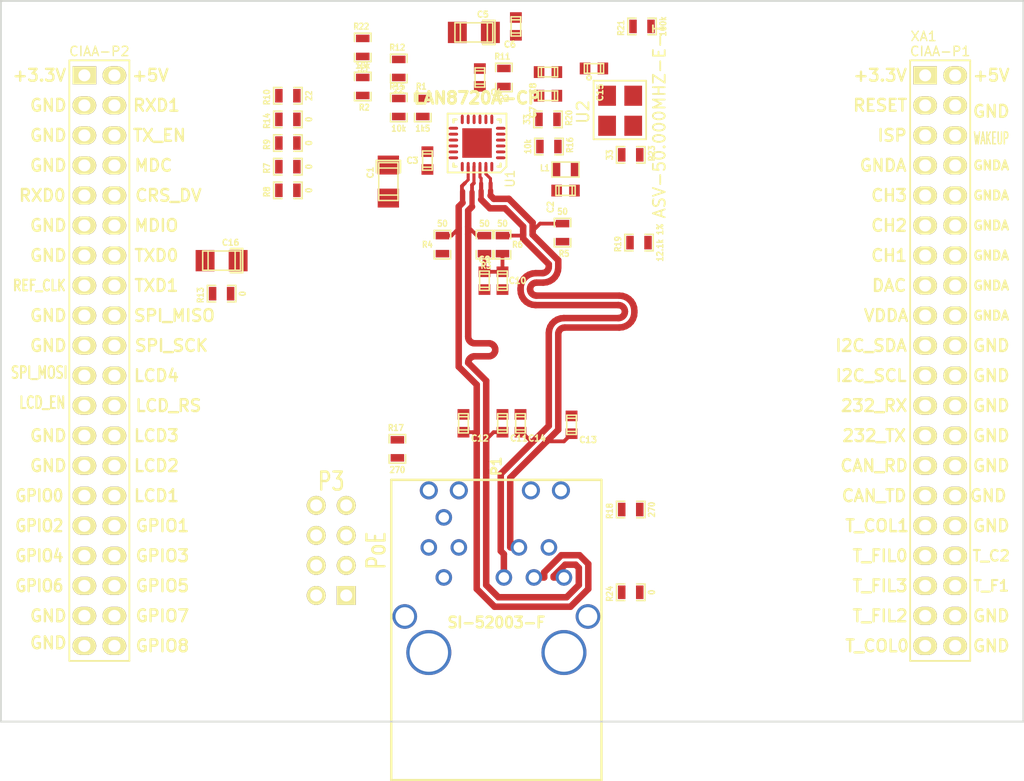
<source format=kicad_pcb>
(kicad_pcb (version 4) (host pcbnew "(2015-09-12 BZR 6188)-product")

  (general
    (links 130)
    (no_connects 115)
    (area 17.422141 15.774999 279.500001 167.443)
    (thickness 1.6)
    (drawings 19)
    (tracks 224)
    (zones 0)
    (modules 46)
    (nets 44)
  )

  (page A4)
  (title_block
    (title "Poncho Ethernet LAN8720A")
    (date "lun 05 oct 2015")
    (rev 1.0)
    (company "Proyecto CIAA - COMPUTADORA INDUSTRIAL ABIERTA ARGENTINA")
    (comment 1 https://github.com/ciaa/Ponchos/)
    (comment 2 "Autores:  ")
    (comment 3 "Autor del poncho (COMPLETAR NOMBRE Y APELLIDO). Ver directorio \"doc\"")
    (comment 4 "CÓDIGO PONCHO:")
  )

  (layers
    (0 F.Cu signal)
    (31 B.Cu signal)
    (32 B.Adhes user)
    (33 F.Adhes user)
    (34 B.Paste user)
    (35 F.Paste user)
    (36 B.SilkS user)
    (37 F.SilkS user)
    (38 B.Mask user)
    (39 F.Mask user)
    (40 Dwgs.User user hide)
    (41 Cmts.User user)
    (42 Eco1.User user)
    (43 Eco2.User user)
    (44 Edge.Cuts user)
    (45 Margin user)
    (46 B.CrtYd user)
    (47 F.CrtYd user)
    (48 B.Fab user)
    (49 F.Fab user)
  )

  (setup
    (last_trace_width 0.32)
    (user_trace_width 0.26)
    (user_trace_width 0.32)
    (user_trace_width 0.35)
    (user_trace_width 0.45)
    (user_trace_width 1.016)
    (user_trace_width 1.27)
    (user_trace_width 1.524)
    (trace_clearance 0.2)
    (zone_clearance 0.508)
    (zone_45_only no)
    (trace_min 0.2)
    (segment_width 0.2)
    (edge_width 0.15)
    (via_size 0.6)
    (via_drill 0.4)
    (via_min_size 0.4)
    (via_min_drill 0.3)
    (uvia_size 0.3)
    (uvia_drill 0.1)
    (uvias_allowed no)
    (uvia_min_size 0)
    (uvia_min_drill 0)
    (pcb_text_width 0.3)
    (pcb_text_size 1.5 1.5)
    (mod_edge_width 0.15)
    (mod_text_size 0.000001 0.000001)
    (mod_text_width 0.15)
    (pad_size 1.4 1.4)
    (pad_drill 0.6)
    (pad_to_mask_clearance 0.2)
    (aux_axis_origin 0 0)
    (grid_origin 133.74 99.23)
    (visible_elements 7FFEF77F)
    (pcbplotparams
      (layerselection 0x00020_80000000)
      (usegerberextensions false)
      (excludeedgelayer false)
      (linewidth 0.100000)
      (plotframeref false)
      (viasonmask false)
      (mode 1)
      (useauxorigin false)
      (hpglpennumber 1)
      (hpglpenspeed 20)
      (hpglpendiameter 15)
      (hpglpenoverlay 2)
      (psnegative false)
      (psa4output false)
      (plotreference true)
      (plotvalue false)
      (plotinvisibletext false)
      (padsonsilk false)
      (subtractmaskfromsilk false)
      (outputformat 1)
      (mirror false)
      (drillshape 0)
      (scaleselection 1)
      (outputdirectory ""))
  )

  (net 0 "")
  (net 1 "Net-(C1-Pad1)")
  (net 2 GND)
  (net 3 +3.3V)
  (net 4 "Net-(C7-Pad1)")
  (net 5 "Net-(P1-Pad13)")
  (net 6 "Net-(P1-Pad10)")
  (net 7 "Net-(P1-Pad8)")
  (net 8 "Net-(P1-Pad9)")
  (net 9 "Net-(P1-Pad11)")
  (net 10 "/Circuito Principal/LED_LINK")
  (net 11 "Net-(P1-Pad16)")
  (net 12 "/Circuito Principal/LED_100M")
  (net 13 "Net-(P1-Pad14)")
  (net 14 +5V)
  (net 15 "Net-(R1-Pad2)")
  (net 16 "Net-(R2-Pad2)")
  (net 17 "/Circuito Principal/TXD0")
  (net 18 "Net-(R7-Pad2)")
  (net 19 "/Circuito Principal/TXD1")
  (net 20 "Net-(R8-Pad2)")
  (net 21 "/Circuito Principal/TXEN")
  (net 22 "Net-(R9-Pad2)")
  (net 23 "/Circuito Principal/RXD0")
  (net 24 "Net-(R10-Pad2)")
  (net 25 "/Circuito Principal/RXD1")
  (net 26 "Net-(R11-Pad2)")
  (net 27 "/Circuito Principal/CRS")
  (net 28 "Net-(R12-Pad2)")
  (net 29 "/Circuito Principal/MDIO")
  (net 30 "/Circuito Principal/MDC")
  (net 31 "Net-(R14-Pad2)")
  (net 32 "Net-(R15-Pad2)")
  (net 33 "Net-(R19-Pad1)")
  (net 34 "Net-(R20-Pad1)")
  (net 35 "Net-(R20-Pad2)")
  (net 36 "Net-(R21-Pad1)")
  (net 37 "/Circuito Principal/GPIO8")
  (net 38 "/Circuito Principal/RCLK")
  (net 39 "/Circuito Principal/Tx_P")
  (net 40 "/Circuito Principal/Tx_N")
  (net 41 "/Circuito Principal/Rx_P")
  (net 42 "/Circuito Principal/Rx_N")
  (net 43 GNDA)

  (net_class Default "This is the default net class."
    (clearance 0.2)
    (trace_width 0.33)
    (via_dia 0.6)
    (via_drill 0.4)
    (uvia_dia 0.3)
    (uvia_drill 0.1)
    (add_net +3.3V)
    (add_net +5V)
    (add_net "/Circuito Principal/CRS")
    (add_net "/Circuito Principal/GPIO8")
    (add_net "/Circuito Principal/LED_100M")
    (add_net "/Circuito Principal/LED_LINK")
    (add_net "/Circuito Principal/MDC")
    (add_net "/Circuito Principal/MDIO")
    (add_net "/Circuito Principal/RCLK")
    (add_net "/Circuito Principal/RXD0")
    (add_net "/Circuito Principal/RXD1")
    (add_net "/Circuito Principal/Rx_N")
    (add_net "/Circuito Principal/Rx_P")
    (add_net "/Circuito Principal/TXD0")
    (add_net "/Circuito Principal/TXD1")
    (add_net "/Circuito Principal/TXEN")
    (add_net "/Circuito Principal/Tx_N")
    (add_net "/Circuito Principal/Tx_P")
    (add_net GND)
    (add_net GNDA)
    (add_net "Net-(C1-Pad1)")
    (add_net "Net-(C7-Pad1)")
    (add_net "Net-(P1-Pad10)")
    (add_net "Net-(P1-Pad11)")
    (add_net "Net-(P1-Pad13)")
    (add_net "Net-(P1-Pad14)")
    (add_net "Net-(P1-Pad16)")
    (add_net "Net-(P1-Pad8)")
    (add_net "Net-(P1-Pad9)")
    (add_net "Net-(R1-Pad2)")
    (add_net "Net-(R10-Pad2)")
    (add_net "Net-(R11-Pad2)")
    (add_net "Net-(R12-Pad2)")
    (add_net "Net-(R14-Pad2)")
    (add_net "Net-(R15-Pad2)")
    (add_net "Net-(R19-Pad1)")
    (add_net "Net-(R2-Pad2)")
    (add_net "Net-(R20-Pad1)")
    (add_net "Net-(R20-Pad2)")
    (add_net "Net-(R21-Pad1)")
    (add_net "Net-(R7-Pad2)")
    (add_net "Net-(R8-Pad2)")
    (add_net "Net-(R9-Pad2)")
  )

  (module eth:RJ45_SI-52003-F_PoE_ETH (layer F.Cu) (tedit 54299A60) (tstamp 565FA98F)
    (at 127.635 125.095)
    (path /560A0C1A/53F384B4)
    (fp_text reference P1 (at 0 -15.748 90) (layer F.SilkS)
      (effects (font (size 0.8128 0.8128) (thickness 0.2032)))
    )
    (fp_text value SI-52003-F (at 0 -2.54) (layer F.SilkS)
      (effects (font (size 0.9144 0.8636) (thickness 0.2032)))
    )
    (fp_line (start 8.89 -14.605) (end -8.89 -14.605) (layer F.SilkS) (width 0.2032))
    (fp_line (start 8.89 10.795) (end 8.89 -14.605) (layer F.SilkS) (width 0.2032))
    (fp_line (start -8.89 10.795) (end -8.89 -14.605) (layer F.SilkS) (width 0.2032))
    (fp_line (start 8.89 10.795) (end -8.89 10.795) (layer F.SilkS) (width 0.2032))
    (pad 13 thru_hole circle (at -3.175 -13.716) (size 1.524 1.524) (drill 1.016) (layers *.Cu *.Mask)
      (net 5 "Net-(P1-Pad13)"))
    (pad 10 thru_hole circle (at -5.715 -8.89) (size 1.397 1.397) (drill 0.889) (layers *.Cu *.Mask)
      (net 6 "Net-(P1-Pad10)"))
    (pad 8 thru_hole circle (at -3.175 -8.89) (size 1.397 1.397) (drill 0.889) (layers *.Cu *.Mask)
      (net 7 "Net-(P1-Pad8)"))
    (pad 9 thru_hole circle (at -4.445 -6.35) (size 1.397 1.397) (drill 0.889) (layers *.Cu *.Mask)
      (net 8 "Net-(P1-Pad9)"))
    (pad 11 thru_hole circle (at -4.445 -11.43) (size 1.397 1.397) (drill 0.889) (layers *.Cu *.Mask)
      (net 9 "Net-(P1-Pad11)"))
    (pad 12 thru_hole circle (at -5.715 -13.716) (size 1.524 1.524) (drill 1.016) (layers *.Cu *.Mask)
      (net 10 "/Circuito Principal/LED_LINK"))
    (pad 7 thru_hole circle (at 7.747 -3.048) (size 2.0828 2.0828) (drill 1.5748) (layers *.Cu *.Mask)
      (net 11 "Net-(P1-Pad16)"))
    (pad 17 thru_hole circle (at 5.715 0) (size 3.81 3.81) (drill 3.2512) (layers *.Cu *.Mask)
      (net 11 "Net-(P1-Pad16)"))
    (pad 1 thru_hole circle (at 5.715 -6.35) (size 1.397 1.397) (drill 0.889) (layers *.Cu *.Mask)
      (net 39 "/Circuito Principal/Tx_P"))
    (pad 16 thru_hole circle (at -5.715 0) (size 3.81 3.81) (drill 3.2512) (layers *.Cu *.Mask)
      (net 11 "Net-(P1-Pad16)"))
    (pad 6 thru_hole circle (at -7.747 -3.048) (size 2.0828 2.0828) (drill 1.5748) (layers *.Cu *.Mask)
      (net 11 "Net-(P1-Pad16)"))
    (pad 3 thru_hole circle (at 3.175 -6.35) (size 1.397 1.397) (drill 0.889) (layers *.Cu *.Mask)
      (net 40 "/Circuito Principal/Tx_N"))
    (pad 5 thru_hole circle (at 0.635 -6.35) (size 1.397 1.397) (drill 0.889) (layers *.Cu *.Mask)
      (net 42 "/Circuito Principal/Rx_N"))
    (pad 2 thru_hole circle (at 4.445 -8.89) (size 1.397 1.397) (drill 0.889) (layers *.Cu *.Mask)
      (net 1 "Net-(C1-Pad1)"))
    (pad 4 thru_hole circle (at 1.905 -8.89) (size 1.397 1.397) (drill 0.889) (layers *.Cu *.Mask)
      (net 41 "/Circuito Principal/Rx_P"))
    (pad 15 thru_hole circle (at 5.461 -13.716) (size 1.524 1.524) (drill 1.016) (layers *.Cu *.Mask)
      (net 12 "/Circuito Principal/LED_100M"))
    (pad 14 thru_hole circle (at 2.921 -13.716) (size 1.524 1.524) (drill 1.016) (layers *.Cu *.Mask)
      (net 13 "Net-(P1-Pad14)"))
  )

  (module eth:c_0603 (layer F.Cu) (tedit 5425CE1F) (tstamp 565FA926)
    (at 133.486 86.022 180)
    (descr "SMT capacitor, 0603")
    (path /560A0C1A/529F71A7)
    (fp_text reference C2 (at 1.27 -1.397 450) (layer F.SilkS)
      (effects (font (size 0.508 0.508) (thickness 0.15)))
    )
    (fp_text value 10nF (at 0 0.635 180) (layer F.SilkS) hide
      (effects (font (size 0.20066 0.20066) (thickness 0.04064)))
    )
    (fp_line (start 0.5588 0.4064) (end 0.5588 -0.4064) (layer F.SilkS) (width 0.127))
    (fp_line (start -0.5588 -0.381) (end -0.5588 0.4064) (layer F.SilkS) (width 0.127))
    (fp_line (start -0.8128 -0.4064) (end 0.8128 -0.4064) (layer F.SilkS) (width 0.127))
    (fp_line (start 0.8128 -0.4064) (end 0.8128 0.4064) (layer F.SilkS) (width 0.127))
    (fp_line (start 0.8128 0.4064) (end -0.8128 0.4064) (layer F.SilkS) (width 0.127))
    (fp_line (start -0.8128 0.4064) (end -0.8128 -0.4064) (layer F.SilkS) (width 0.127))
    (pad 1 smd rect (at 0.75184 0 180) (size 0.89916 1.00076) (layers F.Cu F.Paste F.Mask)
      (net 1 "Net-(C1-Pad1)"))
    (pad 2 smd rect (at -0.75184 0 180) (size 0.89916 1.00076) (layers F.Cu F.Paste F.Mask)
      (net 2 GND))
    (model smd/capacitors/c_0603.wrl
      (at (xyz 0 0 0))
      (scale (xyz 1 1 1))
      (rotate (xyz 0 0 0))
    )
  )

  (module eth:c_0603 (layer F.Cu) (tedit 5761E972) (tstamp 565FA92C)
    (at 121.802 83.482 90)
    (descr "SMT capacitor, 0603")
    (path /560A0C1A/529F71AD)
    (fp_text reference C3 (at 0 -1.27 360) (layer F.SilkS)
      (effects (font (size 0.508 0.508) (thickness 0.15)))
    )
    (fp_text value 10nF (at 0 0.635 90) (layer F.SilkS) hide
      (effects (font (size 0.20066 0.20066) (thickness 0.04064)))
    )
    (fp_line (start 0.5588 0.4064) (end 0.5588 -0.4064) (layer F.SilkS) (width 0.127))
    (fp_line (start -0.5588 -0.381) (end -0.5588 0.4064) (layer F.SilkS) (width 0.127))
    (fp_line (start -0.8128 -0.4064) (end 0.8128 -0.4064) (layer F.SilkS) (width 0.127))
    (fp_line (start 0.8128 -0.4064) (end 0.8128 0.4064) (layer F.SilkS) (width 0.127))
    (fp_line (start 0.8128 0.4064) (end -0.8128 0.4064) (layer F.SilkS) (width 0.127))
    (fp_line (start -0.8128 0.4064) (end -0.8128 -0.4064) (layer F.SilkS) (width 0.127))
    (pad 1 smd rect (at 0.75184 0 90) (size 0.89916 1.00076) (layers F.Cu F.Paste F.Mask)
      (net 1 "Net-(C1-Pad1)"))
    (pad 2 smd rect (at -0.75184 0 90) (size 0.89916 1.00076) (layers F.Cu F.Paste F.Mask)
      (net 2 GND))
    (model smd/capacitors/c_0603.wrl
      (at (xyz 0 0 0))
      (scale (xyz 1 1 1))
      (rotate (xyz 0 0 0))
    )
  )

  (module eth:c_0603 (layer F.Cu) (tedit 5425CE1F) (tstamp 565FA932)
    (at 126.238 76.454 270)
    (descr "SMT capacitor, 0603")
    (path /560A0C1A/529F967C)
    (fp_text reference C4 (at 1.27 -1.397 540) (layer F.SilkS)
      (effects (font (size 0.508 0.508) (thickness 0.15)))
    )
    (fp_text value 100nF (at 0 0.635 270) (layer F.SilkS) hide
      (effects (font (size 0.20066 0.20066) (thickness 0.04064)))
    )
    (fp_line (start 0.5588 0.4064) (end 0.5588 -0.4064) (layer F.SilkS) (width 0.127))
    (fp_line (start -0.5588 -0.381) (end -0.5588 0.4064) (layer F.SilkS) (width 0.127))
    (fp_line (start -0.8128 -0.4064) (end 0.8128 -0.4064) (layer F.SilkS) (width 0.127))
    (fp_line (start 0.8128 -0.4064) (end 0.8128 0.4064) (layer F.SilkS) (width 0.127))
    (fp_line (start 0.8128 0.4064) (end -0.8128 0.4064) (layer F.SilkS) (width 0.127))
    (fp_line (start -0.8128 0.4064) (end -0.8128 -0.4064) (layer F.SilkS) (width 0.127))
    (pad 1 smd rect (at 0.75184 0 270) (size 0.89916 1.00076) (layers F.Cu F.Paste F.Mask)
      (net 3 +3.3V))
    (pad 2 smd rect (at -0.75184 0 270) (size 0.89916 1.00076) (layers F.Cu F.Paste F.Mask)
      (net 2 GND))
    (model smd/capacitors/c_0603.wrl
      (at (xyz 0 0 0))
      (scale (xyz 1 1 1))
      (rotate (xyz 0 0 0))
    )
  )

  (module eth:c_0603 (layer F.Cu) (tedit 57180D91) (tstamp 565FA93E)
    (at 129.286 72.136 270)
    (descr "SMT capacitor, 0603")
    (path /560A0C1A/529F7101)
    (fp_text reference C6 (at 1.524 0.508 540) (layer F.SilkS)
      (effects (font (size 0.508 0.508) (thickness 0.15)))
    )
    (fp_text value 10nF (at 0 0.635 270) (layer F.SilkS) hide
      (effects (font (size 0.20066 0.20066) (thickness 0.04064)))
    )
    (fp_line (start 0.5588 0.4064) (end 0.5588 -0.4064) (layer F.SilkS) (width 0.127))
    (fp_line (start -0.5588 -0.381) (end -0.5588 0.4064) (layer F.SilkS) (width 0.127))
    (fp_line (start -0.8128 -0.4064) (end 0.8128 -0.4064) (layer F.SilkS) (width 0.127))
    (fp_line (start 0.8128 -0.4064) (end 0.8128 0.4064) (layer F.SilkS) (width 0.127))
    (fp_line (start 0.8128 0.4064) (end -0.8128 0.4064) (layer F.SilkS) (width 0.127))
    (fp_line (start -0.8128 0.4064) (end -0.8128 -0.4064) (layer F.SilkS) (width 0.127))
    (pad 1 smd rect (at 0.75184 0 270) (size 0.89916 1.00076) (layers F.Cu F.Paste F.Mask)
      (net 3 +3.3V))
    (pad 2 smd rect (at -0.75184 0 270) (size 0.89916 1.00076) (layers F.Cu F.Paste F.Mask)
      (net 2 GND))
    (model smd/capacitors/c_0603.wrl
      (at (xyz 0 0 0))
      (scale (xyz 1 1 1))
      (rotate (xyz 0 0 0))
    )
  )

  (module eth:c_0603 (layer F.Cu) (tedit 5425CE1F) (tstamp 565FA944)
    (at 132 78 180)
    (descr "SMT capacitor, 0603")
    (path /560A0C1A/529F7097)
    (fp_text reference C7 (at 1.27 -1.397 450) (layer F.SilkS)
      (effects (font (size 0.508 0.508) (thickness 0.15)))
    )
    (fp_text value 470pF (at 0 0.635 180) (layer F.SilkS) hide
      (effects (font (size 0.20066 0.20066) (thickness 0.04064)))
    )
    (fp_line (start 0.5588 0.4064) (end 0.5588 -0.4064) (layer F.SilkS) (width 0.127))
    (fp_line (start -0.5588 -0.381) (end -0.5588 0.4064) (layer F.SilkS) (width 0.127))
    (fp_line (start -0.8128 -0.4064) (end 0.8128 -0.4064) (layer F.SilkS) (width 0.127))
    (fp_line (start 0.8128 -0.4064) (end 0.8128 0.4064) (layer F.SilkS) (width 0.127))
    (fp_line (start 0.8128 0.4064) (end -0.8128 0.4064) (layer F.SilkS) (width 0.127))
    (fp_line (start -0.8128 0.4064) (end -0.8128 -0.4064) (layer F.SilkS) (width 0.127))
    (pad 1 smd rect (at 0.75184 0 180) (size 0.89916 1.00076) (layers F.Cu F.Paste F.Mask)
      (net 4 "Net-(C7-Pad1)"))
    (pad 2 smd rect (at -0.75184 0 180) (size 0.89916 1.00076) (layers F.Cu F.Paste F.Mask)
      (net 2 GND))
    (model smd/capacitors/c_0603.wrl
      (at (xyz 0 0 0))
      (scale (xyz 1 1 1))
      (rotate (xyz 0 0 0))
    )
  )

  (module eth:c_0603 (layer F.Cu) (tedit 5425CE1F) (tstamp 565FA94A)
    (at 132 76 180)
    (descr "SMT capacitor, 0603")
    (path /560A0C1A/529F70A6)
    (fp_text reference C8 (at 1.27 -1.397 450) (layer F.SilkS)
      (effects (font (size 0.508 0.508) (thickness 0.15)))
    )
    (fp_text value 1uF (at 0 0.635 180) (layer F.SilkS) hide
      (effects (font (size 0.20066 0.20066) (thickness 0.04064)))
    )
    (fp_line (start 0.5588 0.4064) (end 0.5588 -0.4064) (layer F.SilkS) (width 0.127))
    (fp_line (start -0.5588 -0.381) (end -0.5588 0.4064) (layer F.SilkS) (width 0.127))
    (fp_line (start -0.8128 -0.4064) (end 0.8128 -0.4064) (layer F.SilkS) (width 0.127))
    (fp_line (start 0.8128 -0.4064) (end 0.8128 0.4064) (layer F.SilkS) (width 0.127))
    (fp_line (start 0.8128 0.4064) (end -0.8128 0.4064) (layer F.SilkS) (width 0.127))
    (fp_line (start -0.8128 0.4064) (end -0.8128 -0.4064) (layer F.SilkS) (width 0.127))
    (pad 1 smd rect (at 0.75184 0 180) (size 0.89916 1.00076) (layers F.Cu F.Paste F.Mask)
      (net 4 "Net-(C7-Pad1)"))
    (pad 2 smd rect (at -0.75184 0 180) (size 0.89916 1.00076) (layers F.Cu F.Paste F.Mask)
      (net 2 GND))
    (model smd/capacitors/c_0603.wrl
      (at (xyz 0 0 0))
      (scale (xyz 1 1 1))
      (rotate (xyz 0 0 0))
    )
  )

  (module eth:c_0603 (layer F.Cu) (tedit 5761E93D) (tstamp 565FA950)
    (at 126.628 93.642 90)
    (descr "SMT capacitor, 0603")
    (path /560A0C1A/529F75CA)
    (fp_text reference C9 (at 1.778 0 360) (layer F.SilkS)
      (effects (font (size 0.508 0.508) (thickness 0.15)))
    )
    (fp_text value 100nF (at 0 0.635 90) (layer F.SilkS) hide
      (effects (font (size 0.20066 0.20066) (thickness 0.04064)))
    )
    (fp_line (start 0.5588 0.4064) (end 0.5588 -0.4064) (layer F.SilkS) (width 0.127))
    (fp_line (start -0.5588 -0.381) (end -0.5588 0.4064) (layer F.SilkS) (width 0.127))
    (fp_line (start -0.8128 -0.4064) (end 0.8128 -0.4064) (layer F.SilkS) (width 0.127))
    (fp_line (start 0.8128 -0.4064) (end 0.8128 0.4064) (layer F.SilkS) (width 0.127))
    (fp_line (start 0.8128 0.4064) (end -0.8128 0.4064) (layer F.SilkS) (width 0.127))
    (fp_line (start -0.8128 0.4064) (end -0.8128 -0.4064) (layer F.SilkS) (width 0.127))
    (pad 1 smd rect (at 0.75184 0 90) (size 0.89916 1.00076) (layers F.Cu F.Paste F.Mask)
      (net 1 "Net-(C1-Pad1)"))
    (pad 2 smd rect (at -0.75184 0 90) (size 0.89916 1.00076) (layers F.Cu F.Paste F.Mask)
      (net 2 GND))
    (model smd/capacitors/c_0603.wrl
      (at (xyz 0 0 0))
      (scale (xyz 1 1 1))
      (rotate (xyz 0 0 0))
    )
  )

  (module eth:c_0603 (layer F.Cu) (tedit 5761E96E) (tstamp 565FA956)
    (at 128.152 93.642 90)
    (descr "SMT capacitor, 0603")
    (path /560A0C1A/529F774E)
    (fp_text reference C10 (at 0 1.27 360) (layer F.SilkS)
      (effects (font (size 0.508 0.508) (thickness 0.15)))
    )
    (fp_text value 100nF (at 0 0.635 90) (layer F.SilkS) hide
      (effects (font (size 0.20066 0.20066) (thickness 0.04064)))
    )
    (fp_line (start 0.5588 0.4064) (end 0.5588 -0.4064) (layer F.SilkS) (width 0.127))
    (fp_line (start -0.5588 -0.381) (end -0.5588 0.4064) (layer F.SilkS) (width 0.127))
    (fp_line (start -0.8128 -0.4064) (end 0.8128 -0.4064) (layer F.SilkS) (width 0.127))
    (fp_line (start 0.8128 -0.4064) (end 0.8128 0.4064) (layer F.SilkS) (width 0.127))
    (fp_line (start 0.8128 0.4064) (end -0.8128 0.4064) (layer F.SilkS) (width 0.127))
    (fp_line (start -0.8128 0.4064) (end -0.8128 -0.4064) (layer F.SilkS) (width 0.127))
    (pad 1 smd rect (at 0.75184 0 90) (size 0.89916 1.00076) (layers F.Cu F.Paste F.Mask)
      (net 1 "Net-(C1-Pad1)"))
    (pad 2 smd rect (at -0.75184 0 90) (size 0.89916 1.00076) (layers F.Cu F.Paste F.Mask)
      (net 2 GND))
    (model smd/capacitors/c_0603.wrl
      (at (xyz 0 0 0))
      (scale (xyz 1 1 1))
      (rotate (xyz 0 0 0))
    )
  )

  (module eth:c_0603 (layer F.Cu) (tedit 5425CE1F) (tstamp 565FA95C)
    (at 128.152 105.707 270)
    (descr "SMT capacitor, 0603")
    (path /560A0C1A/529F7A1A)
    (fp_text reference C11 (at 1.27 -1.397 540) (layer F.SilkS)
      (effects (font (size 0.508 0.508) (thickness 0.15)))
    )
    (fp_text value 18pF (at 0 0.635 270) (layer F.SilkS) hide
      (effects (font (size 0.20066 0.20066) (thickness 0.04064)))
    )
    (fp_line (start 0.5588 0.4064) (end 0.5588 -0.4064) (layer F.SilkS) (width 0.127))
    (fp_line (start -0.5588 -0.381) (end -0.5588 0.4064) (layer F.SilkS) (width 0.127))
    (fp_line (start -0.8128 -0.4064) (end 0.8128 -0.4064) (layer F.SilkS) (width 0.127))
    (fp_line (start 0.8128 -0.4064) (end 0.8128 0.4064) (layer F.SilkS) (width 0.127))
    (fp_line (start 0.8128 0.4064) (end -0.8128 0.4064) (layer F.SilkS) (width 0.127))
    (fp_line (start -0.8128 0.4064) (end -0.8128 -0.4064) (layer F.SilkS) (width 0.127))
    (pad 1 smd rect (at 0.75184 0 270) (size 0.89916 1.00076) (layers F.Cu F.Paste F.Mask)
      (net 39 "/Circuito Principal/Tx_P"))
    (pad 2 smd rect (at -0.75184 0 270) (size 0.89916 1.00076) (layers F.Cu F.Paste F.Mask)
      (net 2 GND))
    (model smd/capacitors/c_0603.wrl
      (at (xyz 0 0 0))
      (scale (xyz 1 1 1))
      (rotate (xyz 0 0 0))
    )
  )

  (module eth:c_0603 (layer F.Cu) (tedit 5425CE1F) (tstamp 565FA962)
    (at 124.85 105.707 270)
    (descr "SMT capacitor, 0603")
    (path /560A0C1A/529F7AA0)
    (fp_text reference C12 (at 1.27 -1.397 540) (layer F.SilkS)
      (effects (font (size 0.508 0.508) (thickness 0.15)))
    )
    (fp_text value 18pF (at 0 0.635 270) (layer F.SilkS) hide
      (effects (font (size 0.20066 0.20066) (thickness 0.04064)))
    )
    (fp_line (start 0.5588 0.4064) (end 0.5588 -0.4064) (layer F.SilkS) (width 0.127))
    (fp_line (start -0.5588 -0.381) (end -0.5588 0.4064) (layer F.SilkS) (width 0.127))
    (fp_line (start -0.8128 -0.4064) (end 0.8128 -0.4064) (layer F.SilkS) (width 0.127))
    (fp_line (start 0.8128 -0.4064) (end 0.8128 0.4064) (layer F.SilkS) (width 0.127))
    (fp_line (start 0.8128 0.4064) (end -0.8128 0.4064) (layer F.SilkS) (width 0.127))
    (fp_line (start -0.8128 0.4064) (end -0.8128 -0.4064) (layer F.SilkS) (width 0.127))
    (pad 1 smd rect (at 0.75184 0 270) (size 0.89916 1.00076) (layers F.Cu F.Paste F.Mask)
      (net 40 "/Circuito Principal/Tx_N"))
    (pad 2 smd rect (at -0.75184 0 270) (size 0.89916 1.00076) (layers F.Cu F.Paste F.Mask)
      (net 2 GND))
    (model smd/capacitors/c_0603.wrl
      (at (xyz 0 0 0))
      (scale (xyz 1 1 1))
      (rotate (xyz 0 0 0))
    )
  )

  (module eth:c_0603 (layer F.Cu) (tedit 5425CE1F) (tstamp 565FA968)
    (at 133.994 105.834 270)
    (descr "SMT capacitor, 0603")
    (path /560A0C1A/529F7AAD)
    (fp_text reference C13 (at 1.27 -1.397 540) (layer F.SilkS)
      (effects (font (size 0.508 0.508) (thickness 0.15)))
    )
    (fp_text value 18pF (at 0 0.635 270) (layer F.SilkS) hide
      (effects (font (size 0.20066 0.20066) (thickness 0.04064)))
    )
    (fp_line (start 0.5588 0.4064) (end 0.5588 -0.4064) (layer F.SilkS) (width 0.127))
    (fp_line (start -0.5588 -0.381) (end -0.5588 0.4064) (layer F.SilkS) (width 0.127))
    (fp_line (start -0.8128 -0.4064) (end 0.8128 -0.4064) (layer F.SilkS) (width 0.127))
    (fp_line (start 0.8128 -0.4064) (end 0.8128 0.4064) (layer F.SilkS) (width 0.127))
    (fp_line (start 0.8128 0.4064) (end -0.8128 0.4064) (layer F.SilkS) (width 0.127))
    (fp_line (start -0.8128 0.4064) (end -0.8128 -0.4064) (layer F.SilkS) (width 0.127))
    (pad 1 smd rect (at 0.75184 0 270) (size 0.89916 1.00076) (layers F.Cu F.Paste F.Mask)
      (net 41 "/Circuito Principal/Rx_P"))
    (pad 2 smd rect (at -0.75184 0 270) (size 0.89916 1.00076) (layers F.Cu F.Paste F.Mask)
      (net 2 GND))
    (model smd/capacitors/c_0603.wrl
      (at (xyz 0 0 0))
      (scale (xyz 1 1 1))
      (rotate (xyz 0 0 0))
    )
  )

  (module eth:c_0603 (layer F.Cu) (tedit 5425CE1F) (tstamp 565FA96E)
    (at 129.676 105.707 270)
    (descr "SMT capacitor, 0603")
    (path /560A0C1A/529F7ABA)
    (fp_text reference C14 (at 1.27 -1.397 540) (layer F.SilkS)
      (effects (font (size 0.508 0.508) (thickness 0.15)))
    )
    (fp_text value 18pF (at 0 0.635 270) (layer F.SilkS) hide
      (effects (font (size 0.20066 0.20066) (thickness 0.04064)))
    )
    (fp_line (start 0.5588 0.4064) (end 0.5588 -0.4064) (layer F.SilkS) (width 0.127))
    (fp_line (start -0.5588 -0.381) (end -0.5588 0.4064) (layer F.SilkS) (width 0.127))
    (fp_line (start -0.8128 -0.4064) (end 0.8128 -0.4064) (layer F.SilkS) (width 0.127))
    (fp_line (start 0.8128 -0.4064) (end 0.8128 0.4064) (layer F.SilkS) (width 0.127))
    (fp_line (start 0.8128 0.4064) (end -0.8128 0.4064) (layer F.SilkS) (width 0.127))
    (fp_line (start -0.8128 0.4064) (end -0.8128 -0.4064) (layer F.SilkS) (width 0.127))
    (pad 1 smd rect (at 0.75184 0 270) (size 0.89916 1.00076) (layers F.Cu F.Paste F.Mask)
      (net 42 "/Circuito Principal/Rx_N"))
    (pad 2 smd rect (at -0.75184 0 270) (size 0.89916 1.00076) (layers F.Cu F.Paste F.Mask)
      (net 2 GND))
    (model smd/capacitors/c_0603.wrl
      (at (xyz 0 0 0))
      (scale (xyz 1 1 1))
      (rotate (xyz 0 0 0))
    )
  )

  (module eth:c_0603 (layer F.Cu) (tedit 57180D8E) (tstamp 565FA974)
    (at 135.89 75.692)
    (descr "SMT capacitor, 0603")
    (path /560A0C1A/529F82E9)
    (fp_text reference C15 (at 0.508 2.032 270) (layer F.SilkS)
      (effects (font (size 0.508 0.508) (thickness 0.15)))
    )
    (fp_text value 100nF (at 0 0.635) (layer F.SilkS) hide
      (effects (font (size 0.20066 0.20066) (thickness 0.04064)))
    )
    (fp_line (start 0.5588 0.4064) (end 0.5588 -0.4064) (layer F.SilkS) (width 0.127))
    (fp_line (start -0.5588 -0.381) (end -0.5588 0.4064) (layer F.SilkS) (width 0.127))
    (fp_line (start -0.8128 -0.4064) (end 0.8128 -0.4064) (layer F.SilkS) (width 0.127))
    (fp_line (start 0.8128 -0.4064) (end 0.8128 0.4064) (layer F.SilkS) (width 0.127))
    (fp_line (start 0.8128 0.4064) (end -0.8128 0.4064) (layer F.SilkS) (width 0.127))
    (fp_line (start -0.8128 0.4064) (end -0.8128 -0.4064) (layer F.SilkS) (width 0.127))
    (pad 1 smd rect (at 0.75184 0) (size 0.89916 1.00076) (layers F.Cu F.Paste F.Mask)
      (net 3 +3.3V))
    (pad 2 smd rect (at -0.75184 0) (size 0.89916 1.00076) (layers F.Cu F.Paste F.Mask)
      (net 2 GND))
    (model smd/capacitors/c_0603.wrl
      (at (xyz 0 0 0))
      (scale (xyz 1 1 1))
      (rotate (xyz 0 0 0))
    )
  )

  (module eth:SM0603 (layer F.Cu) (tedit 5425CEF5) (tstamp 565FA97A)
    (at 133.486 84.244 180)
    (path /560A0C1A/529F720A)
    (attr smd)
    (fp_text reference L1 (at 1.7465 0.1265 180) (layer F.SilkS)
      (effects (font (size 0.508 0.4572) (thickness 0.1143)))
    )
    (fp_text value BK1608HS220-T (at 0 0 180) (layer F.SilkS) hide
      (effects (font (size 0.508 0.4572) (thickness 0.1143)))
    )
    (fp_line (start -1.143 -0.635) (end 1.143 -0.635) (layer F.SilkS) (width 0.127))
    (fp_line (start 1.143 -0.635) (end 1.143 0.635) (layer F.SilkS) (width 0.127))
    (fp_line (start 1.143 0.635) (end -1.143 0.635) (layer F.SilkS) (width 0.127))
    (fp_line (start -1.143 0.635) (end -1.143 -0.635) (layer F.SilkS) (width 0.127))
    (pad 1 smd rect (at -0.762 0 180) (size 0.635 1.143) (layers F.Cu F.Paste F.Mask)
      (net 3 +3.3V))
    (pad 2 smd rect (at 0.762 0 180) (size 0.635 1.143) (layers F.Cu F.Paste F.Mask)
      (net 1 "Net-(C1-Pad1)"))
    (model smd\resistors\R0603.wrl
      (at (xyz 0 0 0.001))
      (scale (xyz 0.5 0.5 0.5))
      (rotate (xyz 0 0 0))
    )
  )

  (module eth:PIN_ARRAY_4X2 (layer F.Cu) (tedit 5425CAA6) (tstamp 565FA99B)
    (at 113.665 116.459 90)
    (descr "Connector 4x2 pins, 100mil pitch")
    (tags "CONN DEV")
    (path /560A0C1A/53F39CAF)
    (autoplace_cost90 10)
    (autoplace_cost180 10)
    (fp_text reference P3 (at 5.842 0 180) (layer F.SilkS)
      (effects (font (size 1.524 1.143) (thickness 0.2032)))
    )
    (fp_text value PoE (at 0 3.81 90) (layer F.SilkS)
      (effects (font (size 1.524 1.143) (thickness 0.2032)))
    )
    (fp_line (start -5.08 2.54) (end 5.08 2.54) (layer F.SilkS) (width 0.00012))
    (fp_line (start 5.08 2.54) (end 5.08 -2.54) (layer F.SilkS) (width 0.00012))
    (fp_line (start 5.08 -2.54) (end -5.08 -2.54) (layer F.SilkS) (width 0.00012))
    (fp_line (start -5.08 -2.54) (end -5.08 2.54) (layer F.SilkS) (width 0.00012))
    (pad 1 thru_hole rect (at -3.81 1.27 90) (size 1.6002 1.6002) (drill 1.016) (layers *.Cu *.Mask F.SilkS)
      (net 7 "Net-(P1-Pad8)"))
    (pad 2 thru_hole circle (at -3.81 -1.27 90) (size 1.6002 1.6002) (drill 1.016) (layers *.Cu *.Mask F.SilkS)
      (net 8 "Net-(P1-Pad9)"))
    (pad 3 thru_hole circle (at -1.27 1.27 90) (size 1.6002 1.6002) (drill 1.016) (layers *.Cu *.Mask F.SilkS)
      (net 6 "Net-(P1-Pad10)"))
    (pad 4 thru_hole circle (at -1.27 -1.27 90) (size 1.6002 1.6002) (drill 1.016) (layers *.Cu *.Mask F.SilkS)
      (net 9 "Net-(P1-Pad11)"))
    (pad 5 thru_hole circle (at 1.27 1.27 90) (size 1.6002 1.6002) (drill 1.016) (layers *.Cu *.Mask F.SilkS)
      (net 2 GND))
    (pad 6 thru_hole circle (at 1.27 -1.27 90) (size 1.6002 1.6002) (drill 1.016) (layers *.Cu *.Mask F.SilkS))
    (pad 7 thru_hole circle (at 3.81 1.27 90) (size 1.6002 1.6002) (drill 1.016) (layers *.Cu *.Mask F.SilkS)
      (net 2 GND))
    (pad 8 thru_hole circle (at 3.81 -1.27 90) (size 1.6002 1.6002) (drill 1.016) (layers *.Cu *.Mask F.SilkS)
      (net 14 +5V))
    (model oaa/PIN_ARRAY_4X2.wrl
      (at (xyz 0 0 0))
      (scale (xyz 1 1 1))
      (rotate (xyz 0 0 0))
    )
  )

  (module eth:SM0603_Resistor (layer F.Cu) (tedit 565F9F6D) (tstamp 565FA9A1)
    (at 121.412 78.994 270)
    (path /560A0C1A/529F7386)
    (attr smd)
    (fp_text reference R1 (at -1.778 0.127 360) (layer F.SilkS)
      (effects (font (size 0.50038 0.4572) (thickness 0.1143)))
    )
    (fp_text value 1k5 (at 1.778 0 360) (layer F.SilkS)
      (effects (font (size 0.508 0.4572) (thickness 0.1143)))
    )
    (fp_line (start -0.50038 -0.6985) (end -1.2065 -0.6985) (layer F.SilkS) (width 0.127))
    (fp_line (start -1.2065 -0.6985) (end -1.2065 0.6985) (layer F.SilkS) (width 0.127))
    (fp_line (start -1.2065 0.6985) (end -0.50038 0.6985) (layer F.SilkS) (width 0.127))
    (fp_line (start 1.2065 -0.6985) (end 0.50038 -0.6985) (layer F.SilkS) (width 0.127))
    (fp_line (start 1.2065 -0.6985) (end 1.2065 0.6985) (layer F.SilkS) (width 0.127))
    (fp_line (start 1.2065 0.6985) (end 0.50038 0.6985) (layer F.SilkS) (width 0.127))
    (pad 1 smd rect (at -0.762 0 270) (size 0.635 1.143) (layers F.Cu F.Paste F.Mask)
      (net 3 +3.3V))
    (pad 2 smd rect (at 0.762 0 270) (size 0.635 1.143) (layers F.Cu F.Paste F.Mask)
      (net 15 "Net-(R1-Pad2)"))
    (model smd\resistors\R0603.wrl
      (at (xyz 0 0 0.001))
      (scale (xyz 0.5 0.5 0.5))
      (rotate (xyz 0 0 0))
    )
  )

  (module eth:SM0603_Resistor (layer F.Cu) (tedit 565F9F6D) (tstamp 565FA9A7)
    (at 116.332 77.216 90)
    (path /560A0C1A/529F7377)
    (attr smd)
    (fp_text reference R2 (at -1.778 0.127 180) (layer F.SilkS)
      (effects (font (size 0.50038 0.4572) (thickness 0.1143)))
    )
    (fp_text value 10k (at 1.778 0 180) (layer F.SilkS)
      (effects (font (size 0.508 0.4572) (thickness 0.1143)))
    )
    (fp_line (start -0.50038 -0.6985) (end -1.2065 -0.6985) (layer F.SilkS) (width 0.127))
    (fp_line (start -1.2065 -0.6985) (end -1.2065 0.6985) (layer F.SilkS) (width 0.127))
    (fp_line (start -1.2065 0.6985) (end -0.50038 0.6985) (layer F.SilkS) (width 0.127))
    (fp_line (start 1.2065 -0.6985) (end 0.50038 -0.6985) (layer F.SilkS) (width 0.127))
    (fp_line (start 1.2065 -0.6985) (end 1.2065 0.6985) (layer F.SilkS) (width 0.127))
    (fp_line (start 1.2065 0.6985) (end 0.50038 0.6985) (layer F.SilkS) (width 0.127))
    (pad 1 smd rect (at -0.762 0 90) (size 0.635 1.143) (layers F.Cu F.Paste F.Mask)
      (net 3 +3.3V))
    (pad 2 smd rect (at 0.762 0 90) (size 0.635 1.143) (layers F.Cu F.Paste F.Mask)
      (net 16 "Net-(R2-Pad2)"))
    (model smd\resistors\R0603.wrl
      (at (xyz 0 0 0.001))
      (scale (xyz 0.5 0.5 0.5))
      (rotate (xyz 0 0 0))
    )
  )

  (module eth:SM0603_Resistor (layer F.Cu) (tedit 565F9F6D) (tstamp 565FA9AD)
    (at 126.628 90.594 90)
    (path /560A0C1A/529F75AC)
    (attr smd)
    (fp_text reference R3 (at -1.778 0.127 180) (layer F.SilkS)
      (effects (font (size 0.50038 0.4572) (thickness 0.1143)))
    )
    (fp_text value 50 (at 1.778 0 180) (layer F.SilkS)
      (effects (font (size 0.508 0.4572) (thickness 0.1143)))
    )
    (fp_line (start -0.50038 -0.6985) (end -1.2065 -0.6985) (layer F.SilkS) (width 0.127))
    (fp_line (start -1.2065 -0.6985) (end -1.2065 0.6985) (layer F.SilkS) (width 0.127))
    (fp_line (start -1.2065 0.6985) (end -0.50038 0.6985) (layer F.SilkS) (width 0.127))
    (fp_line (start 1.2065 -0.6985) (end 0.50038 -0.6985) (layer F.SilkS) (width 0.127))
    (fp_line (start 1.2065 -0.6985) (end 1.2065 0.6985) (layer F.SilkS) (width 0.127))
    (fp_line (start 1.2065 0.6985) (end 0.50038 0.6985) (layer F.SilkS) (width 0.127))
    (pad 1 smd rect (at -0.762 0 90) (size 0.635 1.143) (layers F.Cu F.Paste F.Mask)
      (net 1 "Net-(C1-Pad1)"))
    (pad 2 smd rect (at 0.762 0 90) (size 0.635 1.143) (layers F.Cu F.Paste F.Mask)
      (net 39 "/Circuito Principal/Tx_P"))
    (model smd\resistors\R0603.wrl
      (at (xyz 0 0 0.001))
      (scale (xyz 0.5 0.5 0.5))
      (rotate (xyz 0 0 0))
    )
  )

  (module eth:SM0603_Resistor (layer F.Cu) (tedit 5761E97B) (tstamp 565FA9B3)
    (at 123.072 90.594 90)
    (path /560A0C1A/529F75BB)
    (attr smd)
    (fp_text reference R4 (at 0 -1.27 180) (layer F.SilkS)
      (effects (font (size 0.50038 0.4572) (thickness 0.1143)))
    )
    (fp_text value 50 (at 1.778 0 180) (layer F.SilkS)
      (effects (font (size 0.508 0.4572) (thickness 0.1143)))
    )
    (fp_line (start -0.50038 -0.6985) (end -1.2065 -0.6985) (layer F.SilkS) (width 0.127))
    (fp_line (start -1.2065 -0.6985) (end -1.2065 0.6985) (layer F.SilkS) (width 0.127))
    (fp_line (start -1.2065 0.6985) (end -0.50038 0.6985) (layer F.SilkS) (width 0.127))
    (fp_line (start 1.2065 -0.6985) (end 0.50038 -0.6985) (layer F.SilkS) (width 0.127))
    (fp_line (start 1.2065 -0.6985) (end 1.2065 0.6985) (layer F.SilkS) (width 0.127))
    (fp_line (start 1.2065 0.6985) (end 0.50038 0.6985) (layer F.SilkS) (width 0.127))
    (pad 1 smd rect (at -0.762 0 90) (size 0.635 1.143) (layers F.Cu F.Paste F.Mask)
      (net 1 "Net-(C1-Pad1)"))
    (pad 2 smd rect (at 0.762 0 90) (size 0.635 1.143) (layers F.Cu F.Paste F.Mask)
      (net 40 "/Circuito Principal/Tx_N"))
    (model smd\resistors\R0603.wrl
      (at (xyz 0 0 0.001))
      (scale (xyz 0.5 0.5 0.5))
      (rotate (xyz 0 0 0))
    )
  )

  (module eth:SM0603_Resistor (layer F.Cu) (tedit 565F9F6D) (tstamp 565FA9B9)
    (at 133.232 89.578 90)
    (path /560A0C1A/529F7742)
    (attr smd)
    (fp_text reference R5 (at -1.778 0.127 180) (layer F.SilkS)
      (effects (font (size 0.50038 0.4572) (thickness 0.1143)))
    )
    (fp_text value 50 (at 1.778 0 180) (layer F.SilkS)
      (effects (font (size 0.508 0.4572) (thickness 0.1143)))
    )
    (fp_line (start -0.50038 -0.6985) (end -1.2065 -0.6985) (layer F.SilkS) (width 0.127))
    (fp_line (start -1.2065 -0.6985) (end -1.2065 0.6985) (layer F.SilkS) (width 0.127))
    (fp_line (start -1.2065 0.6985) (end -0.50038 0.6985) (layer F.SilkS) (width 0.127))
    (fp_line (start 1.2065 -0.6985) (end 0.50038 -0.6985) (layer F.SilkS) (width 0.127))
    (fp_line (start 1.2065 -0.6985) (end 1.2065 0.6985) (layer F.SilkS) (width 0.127))
    (fp_line (start 1.2065 0.6985) (end 0.50038 0.6985) (layer F.SilkS) (width 0.127))
    (pad 1 smd rect (at -0.762 0 90) (size 0.635 1.143) (layers F.Cu F.Paste F.Mask)
      (net 1 "Net-(C1-Pad1)"))
    (pad 2 smd rect (at 0.762 0 90) (size 0.635 1.143) (layers F.Cu F.Paste F.Mask)
      (net 41 "/Circuito Principal/Rx_P"))
    (model smd\resistors\R0603.wrl
      (at (xyz 0 0 0.001))
      (scale (xyz 0.5 0.5 0.5))
      (rotate (xyz 0 0 0))
    )
  )

  (module eth:SM0603_Resistor (layer F.Cu) (tedit 5761E97F) (tstamp 565FA9BF)
    (at 128.152 90.594 90)
    (path /560A0C1A/529F7748)
    (attr smd)
    (fp_text reference R6 (at 0 1.27 180) (layer F.SilkS)
      (effects (font (size 0.50038 0.4572) (thickness 0.1143)))
    )
    (fp_text value 50 (at 1.778 0 180) (layer F.SilkS)
      (effects (font (size 0.508 0.4572) (thickness 0.1143)))
    )
    (fp_line (start -0.50038 -0.6985) (end -1.2065 -0.6985) (layer F.SilkS) (width 0.127))
    (fp_line (start -1.2065 -0.6985) (end -1.2065 0.6985) (layer F.SilkS) (width 0.127))
    (fp_line (start -1.2065 0.6985) (end -0.50038 0.6985) (layer F.SilkS) (width 0.127))
    (fp_line (start 1.2065 -0.6985) (end 0.50038 -0.6985) (layer F.SilkS) (width 0.127))
    (fp_line (start 1.2065 -0.6985) (end 1.2065 0.6985) (layer F.SilkS) (width 0.127))
    (fp_line (start 1.2065 0.6985) (end 0.50038 0.6985) (layer F.SilkS) (width 0.127))
    (pad 1 smd rect (at -0.762 0 90) (size 0.635 1.143) (layers F.Cu F.Paste F.Mask)
      (net 1 "Net-(C1-Pad1)"))
    (pad 2 smd rect (at 0.762 0 90) (size 0.635 1.143) (layers F.Cu F.Paste F.Mask)
      (net 42 "/Circuito Principal/Rx_N"))
    (model smd\resistors\R0603.wrl
      (at (xyz 0 0 0.001))
      (scale (xyz 0.5 0.5 0.5))
      (rotate (xyz 0 0 0))
    )
  )

  (module eth:SM0603_Resistor (layer F.Cu) (tedit 565F9F6D) (tstamp 565FA9C5)
    (at 110 84)
    (path /560A0C1A/529F8A77)
    (attr smd)
    (fp_text reference R7 (at -1.778 0.127 90) (layer F.SilkS)
      (effects (font (size 0.50038 0.4572) (thickness 0.1143)))
    )
    (fp_text value 0 (at 1.778 0 90) (layer F.SilkS)
      (effects (font (size 0.508 0.4572) (thickness 0.1143)))
    )
    (fp_line (start -0.50038 -0.6985) (end -1.2065 -0.6985) (layer F.SilkS) (width 0.127))
    (fp_line (start -1.2065 -0.6985) (end -1.2065 0.6985) (layer F.SilkS) (width 0.127))
    (fp_line (start -1.2065 0.6985) (end -0.50038 0.6985) (layer F.SilkS) (width 0.127))
    (fp_line (start 1.2065 -0.6985) (end 0.50038 -0.6985) (layer F.SilkS) (width 0.127))
    (fp_line (start 1.2065 -0.6985) (end 1.2065 0.6985) (layer F.SilkS) (width 0.127))
    (fp_line (start 1.2065 0.6985) (end 0.50038 0.6985) (layer F.SilkS) (width 0.127))
    (pad 1 smd rect (at -0.762 0) (size 0.635 1.143) (layers F.Cu F.Paste F.Mask)
      (net 17 "/Circuito Principal/TXD0"))
    (pad 2 smd rect (at 0.762 0) (size 0.635 1.143) (layers F.Cu F.Paste F.Mask)
      (net 18 "Net-(R7-Pad2)"))
    (model smd\resistors\R0603.wrl
      (at (xyz 0 0 0.001))
      (scale (xyz 0.5 0.5 0.5))
      (rotate (xyz 0 0 0))
    )
  )

  (module eth:SM0603_Resistor (layer F.Cu) (tedit 565F9F6D) (tstamp 565FA9CB)
    (at 110 86)
    (path /560A0C1A/529F8A86)
    (attr smd)
    (fp_text reference R8 (at -1.778 0.127 90) (layer F.SilkS)
      (effects (font (size 0.50038 0.4572) (thickness 0.1143)))
    )
    (fp_text value 0 (at 1.778 0 90) (layer F.SilkS)
      (effects (font (size 0.508 0.4572) (thickness 0.1143)))
    )
    (fp_line (start -0.50038 -0.6985) (end -1.2065 -0.6985) (layer F.SilkS) (width 0.127))
    (fp_line (start -1.2065 -0.6985) (end -1.2065 0.6985) (layer F.SilkS) (width 0.127))
    (fp_line (start -1.2065 0.6985) (end -0.50038 0.6985) (layer F.SilkS) (width 0.127))
    (fp_line (start 1.2065 -0.6985) (end 0.50038 -0.6985) (layer F.SilkS) (width 0.127))
    (fp_line (start 1.2065 -0.6985) (end 1.2065 0.6985) (layer F.SilkS) (width 0.127))
    (fp_line (start 1.2065 0.6985) (end 0.50038 0.6985) (layer F.SilkS) (width 0.127))
    (pad 1 smd rect (at -0.762 0) (size 0.635 1.143) (layers F.Cu F.Paste F.Mask)
      (net 19 "/Circuito Principal/TXD1"))
    (pad 2 smd rect (at 0.762 0) (size 0.635 1.143) (layers F.Cu F.Paste F.Mask)
      (net 20 "Net-(R8-Pad2)"))
    (model smd\resistors\R0603.wrl
      (at (xyz 0 0 0.001))
      (scale (xyz 0.5 0.5 0.5))
      (rotate (xyz 0 0 0))
    )
  )

  (module eth:SM0603_Resistor (layer F.Cu) (tedit 565F9F6D) (tstamp 565FA9D1)
    (at 110 82)
    (path /560A0C1A/529F8AE4)
    (attr smd)
    (fp_text reference R9 (at -1.778 0.127 90) (layer F.SilkS)
      (effects (font (size 0.50038 0.4572) (thickness 0.1143)))
    )
    (fp_text value 0 (at 1.778 0 90) (layer F.SilkS)
      (effects (font (size 0.508 0.4572) (thickness 0.1143)))
    )
    (fp_line (start -0.50038 -0.6985) (end -1.2065 -0.6985) (layer F.SilkS) (width 0.127))
    (fp_line (start -1.2065 -0.6985) (end -1.2065 0.6985) (layer F.SilkS) (width 0.127))
    (fp_line (start -1.2065 0.6985) (end -0.50038 0.6985) (layer F.SilkS) (width 0.127))
    (fp_line (start 1.2065 -0.6985) (end 0.50038 -0.6985) (layer F.SilkS) (width 0.127))
    (fp_line (start 1.2065 -0.6985) (end 1.2065 0.6985) (layer F.SilkS) (width 0.127))
    (fp_line (start 1.2065 0.6985) (end 0.50038 0.6985) (layer F.SilkS) (width 0.127))
    (pad 1 smd rect (at -0.762 0) (size 0.635 1.143) (layers F.Cu F.Paste F.Mask)
      (net 21 "/Circuito Principal/TXEN"))
    (pad 2 smd rect (at 0.762 0) (size 0.635 1.143) (layers F.Cu F.Paste F.Mask)
      (net 22 "Net-(R9-Pad2)"))
    (model smd\resistors\R0603.wrl
      (at (xyz 0 0 0.001))
      (scale (xyz 0.5 0.5 0.5))
      (rotate (xyz 0 0 0))
    )
  )

  (module eth:SM0603_Resistor (layer F.Cu) (tedit 565F9F6D) (tstamp 565FA9D7)
    (at 110 78)
    (path /560A0C1A/529F8AEA)
    (attr smd)
    (fp_text reference R10 (at -1.778 0.127 90) (layer F.SilkS)
      (effects (font (size 0.50038 0.4572) (thickness 0.1143)))
    )
    (fp_text value 22 (at 1.778 0 90) (layer F.SilkS)
      (effects (font (size 0.508 0.4572) (thickness 0.1143)))
    )
    (fp_line (start -0.50038 -0.6985) (end -1.2065 -0.6985) (layer F.SilkS) (width 0.127))
    (fp_line (start -1.2065 -0.6985) (end -1.2065 0.6985) (layer F.SilkS) (width 0.127))
    (fp_line (start -1.2065 0.6985) (end -0.50038 0.6985) (layer F.SilkS) (width 0.127))
    (fp_line (start 1.2065 -0.6985) (end 0.50038 -0.6985) (layer F.SilkS) (width 0.127))
    (fp_line (start 1.2065 -0.6985) (end 1.2065 0.6985) (layer F.SilkS) (width 0.127))
    (fp_line (start 1.2065 0.6985) (end 0.50038 0.6985) (layer F.SilkS) (width 0.127))
    (pad 1 smd rect (at -0.762 0) (size 0.635 1.143) (layers F.Cu F.Paste F.Mask)
      (net 23 "/Circuito Principal/RXD0"))
    (pad 2 smd rect (at 0.762 0) (size 0.635 1.143) (layers F.Cu F.Paste F.Mask)
      (net 24 "Net-(R10-Pad2)"))
    (model smd\resistors\R0603.wrl
      (at (xyz 0 0 0.001))
      (scale (xyz 0.5 0.5 0.5))
      (rotate (xyz 0 0 0))
    )
  )

  (module eth:SM0603_Resistor (layer F.Cu) (tedit 565F9F6D) (tstamp 565FA9DD)
    (at 128.27 76.454 270)
    (path /560A0C1A/529F8AFC)
    (attr smd)
    (fp_text reference R11 (at -1.778 0.127 360) (layer F.SilkS)
      (effects (font (size 0.50038 0.4572) (thickness 0.1143)))
    )
    (fp_text value 22 (at 1.778 0 360) (layer F.SilkS)
      (effects (font (size 0.508 0.4572) (thickness 0.1143)))
    )
    (fp_line (start -0.50038 -0.6985) (end -1.2065 -0.6985) (layer F.SilkS) (width 0.127))
    (fp_line (start -1.2065 -0.6985) (end -1.2065 0.6985) (layer F.SilkS) (width 0.127))
    (fp_line (start -1.2065 0.6985) (end -0.50038 0.6985) (layer F.SilkS) (width 0.127))
    (fp_line (start 1.2065 -0.6985) (end 0.50038 -0.6985) (layer F.SilkS) (width 0.127))
    (fp_line (start 1.2065 -0.6985) (end 1.2065 0.6985) (layer F.SilkS) (width 0.127))
    (fp_line (start 1.2065 0.6985) (end 0.50038 0.6985) (layer F.SilkS) (width 0.127))
    (pad 1 smd rect (at -0.762 0 270) (size 0.635 1.143) (layers F.Cu F.Paste F.Mask)
      (net 25 "/Circuito Principal/RXD1"))
    (pad 2 smd rect (at 0.762 0 270) (size 0.635 1.143) (layers F.Cu F.Paste F.Mask)
      (net 26 "Net-(R11-Pad2)"))
    (model smd\resistors\R0603.wrl
      (at (xyz 0 0 0.001))
      (scale (xyz 0.5 0.5 0.5))
      (rotate (xyz 0 0 0))
    )
  )

  (module eth:SM0603_Resistor (layer F.Cu) (tedit 565F9F6D) (tstamp 565FA9E3)
    (at 119.38 75.692 270)
    (path /560A0C1A/529F8B02)
    (attr smd)
    (fp_text reference R12 (at -1.778 0.127 360) (layer F.SilkS)
      (effects (font (size 0.50038 0.4572) (thickness 0.1143)))
    )
    (fp_text value 22 (at 1.778 0 360) (layer F.SilkS)
      (effects (font (size 0.508 0.4572) (thickness 0.1143)))
    )
    (fp_line (start -0.50038 -0.6985) (end -1.2065 -0.6985) (layer F.SilkS) (width 0.127))
    (fp_line (start -1.2065 -0.6985) (end -1.2065 0.6985) (layer F.SilkS) (width 0.127))
    (fp_line (start -1.2065 0.6985) (end -0.50038 0.6985) (layer F.SilkS) (width 0.127))
    (fp_line (start 1.2065 -0.6985) (end 0.50038 -0.6985) (layer F.SilkS) (width 0.127))
    (fp_line (start 1.2065 -0.6985) (end 1.2065 0.6985) (layer F.SilkS) (width 0.127))
    (fp_line (start 1.2065 0.6985) (end 0.50038 0.6985) (layer F.SilkS) (width 0.127))
    (pad 1 smd rect (at -0.762 0 270) (size 0.635 1.143) (layers F.Cu F.Paste F.Mask)
      (net 27 "/Circuito Principal/CRS"))
    (pad 2 smd rect (at 0.762 0 270) (size 0.635 1.143) (layers F.Cu F.Paste F.Mask)
      (net 28 "Net-(R12-Pad2)"))
    (model smd\resistors\R0603.wrl
      (at (xyz 0 0 0.001))
      (scale (xyz 0.5 0.5 0.5))
      (rotate (xyz 0 0 0))
    )
  )

  (module eth:SM0603_Resistor (layer F.Cu) (tedit 565F9F6D) (tstamp 565FA9E9)
    (at 104.394 94.742)
    (path /560A0C1A/529F8E9C)
    (attr smd)
    (fp_text reference R13 (at -1.778 0.127 90) (layer F.SilkS)
      (effects (font (size 0.50038 0.4572) (thickness 0.1143)))
    )
    (fp_text value 0 (at 1.778 0 90) (layer F.SilkS)
      (effects (font (size 0.508 0.4572) (thickness 0.1143)))
    )
    (fp_line (start -0.50038 -0.6985) (end -1.2065 -0.6985) (layer F.SilkS) (width 0.127))
    (fp_line (start -1.2065 -0.6985) (end -1.2065 0.6985) (layer F.SilkS) (width 0.127))
    (fp_line (start -1.2065 0.6985) (end -0.50038 0.6985) (layer F.SilkS) (width 0.127))
    (fp_line (start 1.2065 -0.6985) (end 0.50038 -0.6985) (layer F.SilkS) (width 0.127))
    (fp_line (start 1.2065 -0.6985) (end 1.2065 0.6985) (layer F.SilkS) (width 0.127))
    (fp_line (start 1.2065 0.6985) (end 0.50038 0.6985) (layer F.SilkS) (width 0.127))
    (pad 1 smd rect (at -0.762 0) (size 0.635 1.143) (layers F.Cu F.Paste F.Mask)
      (net 29 "/Circuito Principal/MDIO"))
    (pad 2 smd rect (at 0.762 0) (size 0.635 1.143) (layers F.Cu F.Paste F.Mask)
      (net 15 "Net-(R1-Pad2)"))
    (model smd\resistors\R0603.wrl
      (at (xyz 0 0 0.001))
      (scale (xyz 0.5 0.5 0.5))
      (rotate (xyz 0 0 0))
    )
  )

  (module eth:SM0603_Resistor (layer F.Cu) (tedit 565F9F6D) (tstamp 565FA9EF)
    (at 110 80)
    (path /560A0C1A/529F8EA2)
    (attr smd)
    (fp_text reference R14 (at -1.778 0.127 90) (layer F.SilkS)
      (effects (font (size 0.50038 0.4572) (thickness 0.1143)))
    )
    (fp_text value 0 (at 1.778 0 90) (layer F.SilkS)
      (effects (font (size 0.508 0.4572) (thickness 0.1143)))
    )
    (fp_line (start -0.50038 -0.6985) (end -1.2065 -0.6985) (layer F.SilkS) (width 0.127))
    (fp_line (start -1.2065 -0.6985) (end -1.2065 0.6985) (layer F.SilkS) (width 0.127))
    (fp_line (start -1.2065 0.6985) (end -0.50038 0.6985) (layer F.SilkS) (width 0.127))
    (fp_line (start 1.2065 -0.6985) (end 0.50038 -0.6985) (layer F.SilkS) (width 0.127))
    (fp_line (start 1.2065 -0.6985) (end 1.2065 0.6985) (layer F.SilkS) (width 0.127))
    (fp_line (start 1.2065 0.6985) (end 0.50038 0.6985) (layer F.SilkS) (width 0.127))
    (pad 1 smd rect (at -0.762 0) (size 0.635 1.143) (layers F.Cu F.Paste F.Mask)
      (net 30 "/Circuito Principal/MDC"))
    (pad 2 smd rect (at 0.762 0) (size 0.635 1.143) (layers F.Cu F.Paste F.Mask)
      (net 31 "Net-(R14-Pad2)"))
    (model smd\resistors\R0603.wrl
      (at (xyz 0 0 0.001))
      (scale (xyz 0.5 0.5 0.5))
      (rotate (xyz 0 0 0))
    )
  )

  (module eth:SM0603_Resistor (layer F.Cu) (tedit 565F9F6D) (tstamp 565FA9F5)
    (at 119.38 78.994 270)
    (path /560A0C1A/52BC2A10)
    (attr smd)
    (fp_text reference R15 (at -1.778 0.127 360) (layer F.SilkS)
      (effects (font (size 0.50038 0.4572) (thickness 0.1143)))
    )
    (fp_text value 10k (at 1.778 0 360) (layer F.SilkS)
      (effects (font (size 0.508 0.4572) (thickness 0.1143)))
    )
    (fp_line (start -0.50038 -0.6985) (end -1.2065 -0.6985) (layer F.SilkS) (width 0.127))
    (fp_line (start -1.2065 -0.6985) (end -1.2065 0.6985) (layer F.SilkS) (width 0.127))
    (fp_line (start -1.2065 0.6985) (end -0.50038 0.6985) (layer F.SilkS) (width 0.127))
    (fp_line (start 1.2065 -0.6985) (end 0.50038 -0.6985) (layer F.SilkS) (width 0.127))
    (fp_line (start 1.2065 -0.6985) (end 1.2065 0.6985) (layer F.SilkS) (width 0.127))
    (fp_line (start 1.2065 0.6985) (end 0.50038 0.6985) (layer F.SilkS) (width 0.127))
    (pad 1 smd rect (at -0.762 0 270) (size 0.635 1.143) (layers F.Cu F.Paste F.Mask)
      (net 3 +3.3V))
    (pad 2 smd rect (at 0.762 0 270) (size 0.635 1.143) (layers F.Cu F.Paste F.Mask)
      (net 32 "Net-(R15-Pad2)"))
    (model smd\resistors\R0603.wrl
      (at (xyz 0 0 0.001))
      (scale (xyz 0.5 0.5 0.5))
      (rotate (xyz 0 0 0))
    )
  )

  (module eth:SM0603_Resistor (layer F.Cu) (tedit 565F9F6D) (tstamp 565FA9FB)
    (at 132.08 82.296 180)
    (path /560A0C1A/52BC2A34)
    (attr smd)
    (fp_text reference R16 (at -1.778 0.127 270) (layer F.SilkS)
      (effects (font (size 0.50038 0.4572) (thickness 0.1143)))
    )
    (fp_text value 10k (at 1.778 0 270) (layer F.SilkS)
      (effects (font (size 0.508 0.4572) (thickness 0.1143)))
    )
    (fp_line (start -0.50038 -0.6985) (end -1.2065 -0.6985) (layer F.SilkS) (width 0.127))
    (fp_line (start -1.2065 -0.6985) (end -1.2065 0.6985) (layer F.SilkS) (width 0.127))
    (fp_line (start -1.2065 0.6985) (end -0.50038 0.6985) (layer F.SilkS) (width 0.127))
    (fp_line (start 1.2065 -0.6985) (end 0.50038 -0.6985) (layer F.SilkS) (width 0.127))
    (fp_line (start 1.2065 -0.6985) (end 1.2065 0.6985) (layer F.SilkS) (width 0.127))
    (fp_line (start 1.2065 0.6985) (end 0.50038 0.6985) (layer F.SilkS) (width 0.127))
    (pad 1 smd rect (at -0.762 0 180) (size 0.635 1.143) (layers F.Cu F.Paste F.Mask)
      (net 3 +3.3V))
    (pad 2 smd rect (at 0.762 0 180) (size 0.635 1.143) (layers F.Cu F.Paste F.Mask)
      (net 12 "/Circuito Principal/LED_100M"))
    (model smd\resistors\R0603.wrl
      (at (xyz 0 0 0.001))
      (scale (xyz 0.5 0.5 0.5))
      (rotate (xyz 0 0 0))
    )
  )

  (module eth:SM0603_Resistor (layer F.Cu) (tedit 565F9F6D) (tstamp 565FAA01)
    (at 119.262 107.866 270)
    (path /560A0C1A/529F7EB8)
    (attr smd)
    (fp_text reference R17 (at -1.778 0.127 360) (layer F.SilkS)
      (effects (font (size 0.50038 0.4572) (thickness 0.1143)))
    )
    (fp_text value 270 (at 1.778 0 360) (layer F.SilkS)
      (effects (font (size 0.508 0.4572) (thickness 0.1143)))
    )
    (fp_line (start -0.50038 -0.6985) (end -1.2065 -0.6985) (layer F.SilkS) (width 0.127))
    (fp_line (start -1.2065 -0.6985) (end -1.2065 0.6985) (layer F.SilkS) (width 0.127))
    (fp_line (start -1.2065 0.6985) (end -0.50038 0.6985) (layer F.SilkS) (width 0.127))
    (fp_line (start 1.2065 -0.6985) (end 0.50038 -0.6985) (layer F.SilkS) (width 0.127))
    (fp_line (start 1.2065 -0.6985) (end 1.2065 0.6985) (layer F.SilkS) (width 0.127))
    (fp_line (start 1.2065 0.6985) (end 0.50038 0.6985) (layer F.SilkS) (width 0.127))
    (pad 1 smd rect (at -0.762 0 270) (size 0.635 1.143) (layers F.Cu F.Paste F.Mask)
      (net 2 GND))
    (pad 2 smd rect (at 0.762 0 270) (size 0.635 1.143) (layers F.Cu F.Paste F.Mask)
      (net 5 "Net-(P1-Pad13)"))
    (model smd\resistors\R0603.wrl
      (at (xyz 0 0 0.001))
      (scale (xyz 0.5 0.5 0.5))
      (rotate (xyz 0 0 0))
    )
  )

  (module eth:SM0603_Resistor (layer F.Cu) (tedit 565F9F6D) (tstamp 565FAA07)
    (at 139 113)
    (path /560A0C1A/529F7EC7)
    (attr smd)
    (fp_text reference R18 (at -1.778 0.127 90) (layer F.SilkS)
      (effects (font (size 0.50038 0.4572) (thickness 0.1143)))
    )
    (fp_text value 270 (at 1.778 0 90) (layer F.SilkS)
      (effects (font (size 0.508 0.4572) (thickness 0.1143)))
    )
    (fp_line (start -0.50038 -0.6985) (end -1.2065 -0.6985) (layer F.SilkS) (width 0.127))
    (fp_line (start -1.2065 -0.6985) (end -1.2065 0.6985) (layer F.SilkS) (width 0.127))
    (fp_line (start -1.2065 0.6985) (end -0.50038 0.6985) (layer F.SilkS) (width 0.127))
    (fp_line (start 1.2065 -0.6985) (end 0.50038 -0.6985) (layer F.SilkS) (width 0.127))
    (fp_line (start 1.2065 -0.6985) (end 1.2065 0.6985) (layer F.SilkS) (width 0.127))
    (fp_line (start 1.2065 0.6985) (end 0.50038 0.6985) (layer F.SilkS) (width 0.127))
    (pad 1 smd rect (at -0.762 0) (size 0.635 1.143) (layers F.Cu F.Paste F.Mask)
      (net 13 "Net-(P1-Pad14)"))
    (pad 2 smd rect (at 0.762 0) (size 0.635 1.143) (layers F.Cu F.Paste F.Mask)
      (net 3 +3.3V))
    (model smd\resistors\R0603.wrl
      (at (xyz 0 0 0.001))
      (scale (xyz 0.5 0.5 0.5))
      (rotate (xyz 0 0 0))
    )
  )

  (module eth:SM0603_Resistor (layer F.Cu) (tedit 565F9F6D) (tstamp 565FAA0D)
    (at 139.7 90.424)
    (path /560A0C1A/529F809E)
    (attr smd)
    (fp_text reference R19 (at -1.778 0.127 90) (layer F.SilkS)
      (effects (font (size 0.50038 0.4572) (thickness 0.1143)))
    )
    (fp_text value "12.1k 1%" (at 1.778 0 90) (layer F.SilkS)
      (effects (font (size 0.508 0.4572) (thickness 0.1143)))
    )
    (fp_line (start -0.50038 -0.6985) (end -1.2065 -0.6985) (layer F.SilkS) (width 0.127))
    (fp_line (start -1.2065 -0.6985) (end -1.2065 0.6985) (layer F.SilkS) (width 0.127))
    (fp_line (start -1.2065 0.6985) (end -0.50038 0.6985) (layer F.SilkS) (width 0.127))
    (fp_line (start 1.2065 -0.6985) (end 0.50038 -0.6985) (layer F.SilkS) (width 0.127))
    (fp_line (start 1.2065 -0.6985) (end 1.2065 0.6985) (layer F.SilkS) (width 0.127))
    (fp_line (start 1.2065 0.6985) (end 0.50038 0.6985) (layer F.SilkS) (width 0.127))
    (pad 1 smd rect (at -0.762 0) (size 0.635 1.143) (layers F.Cu F.Paste F.Mask)
      (net 33 "Net-(R19-Pad1)"))
    (pad 2 smd rect (at 0.762 0) (size 0.635 1.143) (layers F.Cu F.Paste F.Mask)
      (net 2 GND))
    (model smd\resistors\R0603.wrl
      (at (xyz 0 0 0.001))
      (scale (xyz 0.5 0.5 0.5))
      (rotate (xyz 0 0 0))
    )
  )

  (module eth:SM0603_Resistor (layer F.Cu) (tedit 565F9F6D) (tstamp 565FAA13)
    (at 132 80 180)
    (path /560A0C1A/52BC2833)
    (attr smd)
    (fp_text reference R20 (at -1.778 0.127 270) (layer F.SilkS)
      (effects (font (size 0.50038 0.4572) (thickness 0.1143)))
    )
    (fp_text value 33 (at 1.778 0 270) (layer F.SilkS)
      (effects (font (size 0.508 0.4572) (thickness 0.1143)))
    )
    (fp_line (start -0.50038 -0.6985) (end -1.2065 -0.6985) (layer F.SilkS) (width 0.127))
    (fp_line (start -1.2065 -0.6985) (end -1.2065 0.6985) (layer F.SilkS) (width 0.127))
    (fp_line (start -1.2065 0.6985) (end -0.50038 0.6985) (layer F.SilkS) (width 0.127))
    (fp_line (start 1.2065 -0.6985) (end 0.50038 -0.6985) (layer F.SilkS) (width 0.127))
    (fp_line (start 1.2065 -0.6985) (end 1.2065 0.6985) (layer F.SilkS) (width 0.127))
    (fp_line (start 1.2065 0.6985) (end 0.50038 0.6985) (layer F.SilkS) (width 0.127))
    (pad 1 smd rect (at -0.762 0 180) (size 0.635 1.143) (layers F.Cu F.Paste F.Mask)
      (net 34 "Net-(R20-Pad1)"))
    (pad 2 smd rect (at 0.762 0 180) (size 0.635 1.143) (layers F.Cu F.Paste F.Mask)
      (net 35 "Net-(R20-Pad2)"))
    (model smd\resistors\R0603.wrl
      (at (xyz 0 0 0.001))
      (scale (xyz 0.5 0.5 0.5))
      (rotate (xyz 0 0 0))
    )
  )

  (module eth:SM0603_Resistor (layer F.Cu) (tedit 565F9F6D) (tstamp 565FAA19)
    (at 139.954 72.136)
    (path /560A0C1A/52BC2C7C)
    (attr smd)
    (fp_text reference R21 (at -1.778 0.127 90) (layer F.SilkS)
      (effects (font (size 0.50038 0.4572) (thickness 0.1143)))
    )
    (fp_text value 100k (at 1.778 0 90) (layer F.SilkS)
      (effects (font (size 0.508 0.4572) (thickness 0.1143)))
    )
    (fp_line (start -0.50038 -0.6985) (end -1.2065 -0.6985) (layer F.SilkS) (width 0.127))
    (fp_line (start -1.2065 -0.6985) (end -1.2065 0.6985) (layer F.SilkS) (width 0.127))
    (fp_line (start -1.2065 0.6985) (end -0.50038 0.6985) (layer F.SilkS) (width 0.127))
    (fp_line (start 1.2065 -0.6985) (end 0.50038 -0.6985) (layer F.SilkS) (width 0.127))
    (fp_line (start 1.2065 -0.6985) (end 1.2065 0.6985) (layer F.SilkS) (width 0.127))
    (fp_line (start 1.2065 0.6985) (end 0.50038 0.6985) (layer F.SilkS) (width 0.127))
    (pad 1 smd rect (at -0.762 0) (size 0.635 1.143) (layers F.Cu F.Paste F.Mask)
      (net 36 "Net-(R21-Pad1)"))
    (pad 2 smd rect (at 0.762 0) (size 0.635 1.143) (layers F.Cu F.Paste F.Mask)
      (net 3 +3.3V))
    (model smd\resistors\R0603.wrl
      (at (xyz 0 0 0.001))
      (scale (xyz 0.5 0.5 0.5))
      (rotate (xyz 0 0 0))
    )
  )

  (module eth:SM0603_Resistor (layer F.Cu) (tedit 565F9F6D) (tstamp 565FAA1F)
    (at 116.332 73.914 270)
    (path /560A0C1A/56306BA9)
    (attr smd)
    (fp_text reference R22 (at -1.778 0.127 360) (layer F.SilkS)
      (effects (font (size 0.50038 0.4572) (thickness 0.1143)))
    )
    (fp_text value 33 (at 1.778 0 360) (layer F.SilkS)
      (effects (font (size 0.508 0.4572) (thickness 0.1143)))
    )
    (fp_line (start -0.50038 -0.6985) (end -1.2065 -0.6985) (layer F.SilkS) (width 0.127))
    (fp_line (start -1.2065 -0.6985) (end -1.2065 0.6985) (layer F.SilkS) (width 0.127))
    (fp_line (start -1.2065 0.6985) (end -0.50038 0.6985) (layer F.SilkS) (width 0.127))
    (fp_line (start 1.2065 -0.6985) (end 0.50038 -0.6985) (layer F.SilkS) (width 0.127))
    (fp_line (start 1.2065 -0.6985) (end 1.2065 0.6985) (layer F.SilkS) (width 0.127))
    (fp_line (start 1.2065 0.6985) (end 0.50038 0.6985) (layer F.SilkS) (width 0.127))
    (pad 1 smd rect (at -0.762 0 270) (size 0.635 1.143) (layers F.Cu F.Paste F.Mask)
      (net 37 "/Circuito Principal/GPIO8"))
    (pad 2 smd rect (at 0.762 0 270) (size 0.635 1.143) (layers F.Cu F.Paste F.Mask)
      (net 16 "Net-(R2-Pad2)"))
    (model smd\resistors\R0603.wrl
      (at (xyz 0 0 0.001))
      (scale (xyz 0.5 0.5 0.5))
      (rotate (xyz 0 0 0))
    )
  )

  (module eth:SM0603_Resistor (layer F.Cu) (tedit 565F9F6D) (tstamp 565FAA25)
    (at 139 83 180)
    (path /560A0C1A/562E9887)
    (attr smd)
    (fp_text reference R23 (at -1.778 0.127 270) (layer F.SilkS)
      (effects (font (size 0.50038 0.4572) (thickness 0.1143)))
    )
    (fp_text value 33 (at 1.778 0 270) (layer F.SilkS)
      (effects (font (size 0.508 0.4572) (thickness 0.1143)))
    )
    (fp_line (start -0.50038 -0.6985) (end -1.2065 -0.6985) (layer F.SilkS) (width 0.127))
    (fp_line (start -1.2065 -0.6985) (end -1.2065 0.6985) (layer F.SilkS) (width 0.127))
    (fp_line (start -1.2065 0.6985) (end -0.50038 0.6985) (layer F.SilkS) (width 0.127))
    (fp_line (start 1.2065 -0.6985) (end 0.50038 -0.6985) (layer F.SilkS) (width 0.127))
    (fp_line (start 1.2065 -0.6985) (end 1.2065 0.6985) (layer F.SilkS) (width 0.127))
    (fp_line (start 1.2065 0.6985) (end 0.50038 0.6985) (layer F.SilkS) (width 0.127))
    (pad 1 smd rect (at -0.762 0 180) (size 0.635 1.143) (layers F.Cu F.Paste F.Mask)
      (net 34 "Net-(R20-Pad1)"))
    (pad 2 smd rect (at 0.762 0 180) (size 0.635 1.143) (layers F.Cu F.Paste F.Mask)
      (net 38 "/Circuito Principal/RCLK"))
    (model smd\resistors\R0603.wrl
      (at (xyz 0 0 0.001))
      (scale (xyz 0.5 0.5 0.5))
      (rotate (xyz 0 0 0))
    )
  )

  (module eth:SM0603_Resistor (layer F.Cu) (tedit 565F9F6D) (tstamp 565FAA2B)
    (at 139 120)
    (path /560A0C1A/562FB0D6)
    (attr smd)
    (fp_text reference R24 (at -1.778 0.127 90) (layer F.SilkS)
      (effects (font (size 0.50038 0.4572) (thickness 0.1143)))
    )
    (fp_text value 0 (at 1.778 0 90) (layer F.SilkS)
      (effects (font (size 0.508 0.4572) (thickness 0.1143)))
    )
    (fp_line (start -0.50038 -0.6985) (end -1.2065 -0.6985) (layer F.SilkS) (width 0.127))
    (fp_line (start -1.2065 -0.6985) (end -1.2065 0.6985) (layer F.SilkS) (width 0.127))
    (fp_line (start -1.2065 0.6985) (end -0.50038 0.6985) (layer F.SilkS) (width 0.127))
    (fp_line (start 1.2065 -0.6985) (end 0.50038 -0.6985) (layer F.SilkS) (width 0.127))
    (fp_line (start 1.2065 -0.6985) (end 1.2065 0.6985) (layer F.SilkS) (width 0.127))
    (fp_line (start 1.2065 0.6985) (end 0.50038 0.6985) (layer F.SilkS) (width 0.127))
    (pad 1 smd rect (at -0.762 0) (size 0.635 1.143) (layers F.Cu F.Paste F.Mask)
      (net 11 "Net-(P1-Pad16)"))
    (pad 2 smd rect (at 0.762 0) (size 0.635 1.143) (layers F.Cu F.Paste F.Mask)
      (net 2 GND))
    (model smd\resistors\R0603.wrl
      (at (xyz 0 0 0.001))
      (scale (xyz 0.5 0.5 0.5))
      (rotate (xyz 0 0 0))
    )
  )

  (module eth:QFN24 (layer F.Cu) (tedit 53EE6682) (tstamp 565FAA48)
    (at 126 82 180)
    (path /560A0C1A/529F7082)
    (fp_text reference U1 (at -2.7935 -3.0165 270) (layer F.SilkS)
      (effects (font (size 0.762 0.762) (thickness 0.1143)))
    )
    (fp_text value LAN8720A-CP (at 0 3.81 180) (layer F.SilkS)
      (effects (font (size 1.00076 1.00076) (thickness 0.3048)))
    )
    (fp_line (start -1.99136 -2.4892) (end 2.4892 -2.4892) (layer F.SilkS) (width 0.14986))
    (fp_line (start -2.4892 -1.99136) (end -2.4892 2.4892) (layer F.SilkS) (width 0.14986))
    (fp_line (start -2.4892 -1.99136) (end -1.99136 -2.4892) (layer F.SilkS) (width 0.14986))
    (fp_line (start -1.99136 -1.74244) (end -1.99136 -1.99136) (layer F.SilkS) (width 0.20066))
    (fp_line (start -1.99136 -1.99136) (end -1.74244 -1.99136) (layer F.SilkS) (width 0.20066))
    (fp_line (start -1.74244 1.99136) (end -1.99136 1.99136) (layer F.SilkS) (width 0.20066))
    (fp_line (start -1.99136 1.99136) (end -1.99136 1.74244) (layer F.SilkS) (width 0.20066))
    (fp_line (start 1.99136 1.74244) (end 1.99136 1.99136) (layer F.SilkS) (width 0.20066))
    (fp_line (start 1.99136 1.99136) (end 1.74244 1.99136) (layer F.SilkS) (width 0.20066))
    (fp_line (start 1.74244 -1.99136) (end 1.99136 -1.99136) (layer F.SilkS) (width 0.20066))
    (fp_line (start 1.99136 -1.99136) (end 1.99136 -1.74244) (layer F.SilkS) (width 0.20066))
    (fp_line (start 2.4892 2.4892) (end -2.4892 2.4892) (layer F.SilkS) (width 0.14986))
    (fp_line (start 2.4892 -2.4892) (end 2.4892 2.4892) (layer F.SilkS) (width 0.14986))
    (pad GND smd rect (at 0 0 90) (size 2.49936 2.49936) (layers F.Cu F.Paste F.Mask)
      (net 2 GND) (zone_connect 2))
    (pad 1 smd oval (at -1.99898 -1.24968 180) (size 0.8001 0.24892) (layers F.Cu F.Paste F.Mask)
      (net 1 "Net-(C1-Pad1)"))
    (pad 2 smd oval (at -1.99898 -0.7493 180) (size 0.8001 0.24892) (layers F.Cu F.Paste F.Mask)
      (net 12 "/Circuito Principal/LED_100M"))
    (pad 3 smd oval (at -1.99898 -0.24892 180) (size 0.8001 0.24892) (layers F.Cu F.Paste F.Mask)
      (net 10 "/Circuito Principal/LED_LINK"))
    (pad 4 smd oval (at -1.99898 0.24892 180) (size 0.8001 0.24892) (layers F.Cu F.Paste F.Mask))
    (pad 5 smd oval (at -1.99898 0.7493 180) (size 0.8001 0.24892) (layers F.Cu F.Paste F.Mask)
      (net 35 "Net-(R20-Pad2)"))
    (pad 6 smd oval (at -1.99898 1.24968 180) (size 0.8001 0.24892) (layers F.Cu F.Paste F.Mask)
      (net 4 "Net-(C7-Pad1)"))
    (pad 7 smd oval (at -1.24968 1.99898 270) (size 0.8001 0.24892) (layers F.Cu F.Paste F.Mask)
      (net 26 "Net-(R11-Pad2)"))
    (pad 8 smd oval (at -0.7493 1.99898 270) (size 0.8001 0.24892) (layers F.Cu F.Paste F.Mask)
      (net 24 "Net-(R10-Pad2)"))
    (pad 9 smd oval (at -0.24892 1.99898 270) (size 0.8001 0.24892) (layers F.Cu F.Paste F.Mask)
      (net 3 +3.3V))
    (pad 10 smd oval (at 0.24892 1.99898 270) (size 0.8001 0.24892) (layers F.Cu F.Paste F.Mask)
      (net 16 "Net-(R2-Pad2)"))
    (pad 11 smd oval (at 0.7493 1.99898 270) (size 0.8001 0.24892) (layers F.Cu F.Paste F.Mask)
      (net 28 "Net-(R12-Pad2)"))
    (pad 12 smd oval (at 1.24968 1.99898 270) (size 0.8001 0.24892) (layers F.Cu F.Paste F.Mask)
      (net 15 "Net-(R1-Pad2)"))
    (pad 13 smd oval (at 1.99898 1.24968) (size 0.8001 0.24892) (layers F.Cu F.Paste F.Mask)
      (net 31 "Net-(R14-Pad2)"))
    (pad 14 smd oval (at 1.99898 0.7493) (size 0.8001 0.24892) (layers F.Cu F.Paste F.Mask)
      (net 32 "Net-(R15-Pad2)"))
    (pad 15 smd oval (at 1.99898 0.24892) (size 0.8001 0.24892) (layers F.Cu F.Paste F.Mask))
    (pad 16 smd oval (at 1.99898 -0.24892) (size 0.8001 0.24892) (layers F.Cu F.Paste F.Mask)
      (net 22 "Net-(R9-Pad2)"))
    (pad 17 smd oval (at 1.99898 -0.7493) (size 0.8001 0.24892) (layers F.Cu F.Paste F.Mask)
      (net 18 "Net-(R7-Pad2)"))
    (pad 18 smd oval (at 1.99898 -1.24968) (size 0.8001 0.24892) (layers F.Cu F.Paste F.Mask)
      (net 20 "Net-(R8-Pad2)"))
    (pad 19 smd oval (at 1.24968 -1.99898 90) (size 0.8001 0.24892) (layers F.Cu F.Paste F.Mask)
      (net 1 "Net-(C1-Pad1)"))
    (pad 20 smd oval (at 0.7493 -1.99898 90) (size 0.8001 0.24892) (layers F.Cu F.Paste F.Mask)
      (net 40 "/Circuito Principal/Tx_N"))
    (pad 21 smd oval (at 0.24892 -1.99898 90) (size 0.8001 0.24892) (layers F.Cu F.Paste F.Mask)
      (net 39 "/Circuito Principal/Tx_P"))
    (pad 22 smd oval (at -0.24892 -1.99898 90) (size 0.8001 0.24892) (layers F.Cu F.Paste F.Mask)
      (net 42 "/Circuito Principal/Rx_N"))
    (pad 23 smd oval (at -0.7493 -1.99898 90) (size 0.8001 0.24892) (layers F.Cu F.Paste F.Mask)
      (net 41 "/Circuito Principal/Rx_P"))
    (pad 24 smd oval (at -1.24968 -1.99898 90) (size 0.8001 0.24892) (layers F.Cu F.Paste F.Mask)
      (net 33 "Net-(R19-Pad1)"))
    (model smd/qfn24.wrl
      (at (xyz 0 0 0))
      (scale (xyz 1 1 1))
      (rotate (xyz 0 0 0))
    )
  )

  (module eth:4SMD (layer F.Cu) (tedit 53EE67F9) (tstamp 565FAA50)
    (at 137 78 270)
    (path /560A0C1A/52BC24C2)
    (fp_text reference U2 (at 1.3655 2.0325 270) (layer F.SilkS)
      (effects (font (size 1 1) (thickness 0.15)))
    )
    (fp_text value " ASV-50.000MHZ-E-T" (at 2.54 -4.4196 270) (layer F.SilkS)
      (effects (font (size 1 1) (thickness 0.15)))
    )
    (fp_circle (center -1.524 1.524) (end -1.397 1.651) (layer F.SilkS) (width 0.15))
    (fp_line (start -1.27 -3.302) (end -1.27 1.143) (layer F.SilkS) (width 0.15))
    (fp_line (start -1.27 1.143) (end 3.683 1.143) (layer F.SilkS) (width 0.15))
    (fp_line (start 3.683 1.143) (end 3.683 -3.302) (layer F.SilkS) (width 0.15))
    (fp_line (start 3.683 -3.302) (end -1.27 -3.302) (layer F.SilkS) (width 0.15))
    (pad 1 smd rect (at 0 0 270) (size 1.7 1.5) (layers F.Cu F.Paste F.Mask)
      (net 36 "Net-(R21-Pad1)"))
    (pad 2 smd rect (at 2.54 0 270) (size 1.7 1.5) (layers F.Cu F.Paste F.Mask)
      (net 2 GND))
    (pad 3 smd rect (at 2.54 -2.2098 270) (size 1.7 1.5) (layers F.Cu F.Paste F.Mask)
      (net 34 "Net-(R20-Pad1)"))
    (pad 4 smd rect (at 0 -2.2098 270) (size 1.7 1.5) (layers F.Cu F.Paste F.Mask)
      (net 3 +3.3V))
  )

  (module eth:c_1206_tantalio_1 (layer F.Cu) (tedit 534DA8E6) (tstamp 5662FEA9)
    (at 125.73 72.644 180)
    (descr "SMT capacitor, 1206")
    (path /560A0C1A/52C688A8)
    (fp_text reference C5 (at -0.762 1.524 180) (layer F.SilkS)
      (effects (font (size 0.50038 0.50038) (thickness 0.11938)))
    )
    (fp_text value 10uF (at 0 1.524 180) (layer F.SilkS) hide
      (effects (font (size 0.50038 0.50038) (thickness 0.11938)))
    )
    (fp_line (start -1.524 -1.016) (end -0.762 -1.016) (layer F.SilkS) (width 0.15))
    (fp_line (start -1.524 -1.016) (end -1.778 -1.016) (layer F.SilkS) (width 0.15))
    (fp_line (start -1.778 -1.016) (end -1.778 1.016) (layer F.SilkS) (width 0.15))
    (fp_line (start -1.778 1.016) (end -0.762 1.016) (layer F.SilkS) (width 0.15))
    (fp_line (start -1.5 1) (end -0.75 1) (layer F.SilkS) (width 0.15))
    (fp_line (start -1.5 -1) (end -0.75 -1) (layer F.SilkS) (width 0.15))
    (fp_line (start 1.143 0.8128) (end 1.143 -0.8128) (layer F.SilkS) (width 0.127))
    (fp_line (start -1.143 -0.8128) (end -1.143 0.8128) (layer F.SilkS) (width 0.127))
    (fp_line (start -1.6002 -0.8128) (end -1.6002 0.8128) (layer F.SilkS) (width 0.127))
    (fp_line (start -1.6002 0.8128) (end 1.6002 0.8128) (layer F.SilkS) (width 0.127))
    (fp_line (start 1.6002 0.8128) (end 1.6002 -0.8128) (layer F.SilkS) (width 0.127))
    (fp_line (start 1.6002 -0.8128) (end -1.6002 -0.8128) (layer F.SilkS) (width 0.127))
    (pad 2 smd rect (at 1.397 0 180) (size 1.6002 1.8034) (layers F.Cu F.Paste F.Mask)
      (net 2 GND))
    (pad 1 smd rect (at -1.397 0 180) (size 1.6002 1.8034) (layers F.Cu F.Paste F.Mask)
      (net 3 +3.3V))
    (model smd/capacitors/c_1206.wrl
      (at (xyz 0 0 0))
      (scale (xyz 1 1 1))
      (rotate (xyz 0 0 0))
    )
  )

  (module eth:c_1206_tantalio_1 (layer F.Cu) (tedit 534DA8E6) (tstamp 566306B0)
    (at 118.5 85.26 270)
    (descr "SMT capacitor, 1206")
    (path /560A0C1A/52C688B7)
    (fp_text reference C1 (at -0.762 1.524 270) (layer F.SilkS)
      (effects (font (size 0.50038 0.50038) (thickness 0.11938)))
    )
    (fp_text value 10uF (at 0 1.524 270) (layer F.SilkS) hide
      (effects (font (size 0.50038 0.50038) (thickness 0.11938)))
    )
    (fp_line (start -1.524 -1.016) (end -0.762 -1.016) (layer F.SilkS) (width 0.15))
    (fp_line (start -1.524 -1.016) (end -1.778 -1.016) (layer F.SilkS) (width 0.15))
    (fp_line (start -1.778 -1.016) (end -1.778 1.016) (layer F.SilkS) (width 0.15))
    (fp_line (start -1.778 1.016) (end -0.762 1.016) (layer F.SilkS) (width 0.15))
    (fp_line (start -1.5 1) (end -0.75 1) (layer F.SilkS) (width 0.15))
    (fp_line (start -1.5 -1) (end -0.75 -1) (layer F.SilkS) (width 0.15))
    (fp_line (start 1.143 0.8128) (end 1.143 -0.8128) (layer F.SilkS) (width 0.127))
    (fp_line (start -1.143 -0.8128) (end -1.143 0.8128) (layer F.SilkS) (width 0.127))
    (fp_line (start -1.6002 -0.8128) (end -1.6002 0.8128) (layer F.SilkS) (width 0.127))
    (fp_line (start -1.6002 0.8128) (end 1.6002 0.8128) (layer F.SilkS) (width 0.127))
    (fp_line (start 1.6002 0.8128) (end 1.6002 -0.8128) (layer F.SilkS) (width 0.127))
    (fp_line (start 1.6002 -0.8128) (end -1.6002 -0.8128) (layer F.SilkS) (width 0.127))
    (pad 2 smd rect (at 1.397 0 270) (size 1.6002 1.8034) (layers F.Cu F.Paste F.Mask)
      (net 2 GND))
    (pad 1 smd rect (at -1.397 0 270) (size 1.6002 1.8034) (layers F.Cu F.Paste F.Mask)
      (net 1 "Net-(C1-Pad1)"))
    (model smd/capacitors/c_1206.wrl
      (at (xyz 0 0 0))
      (scale (xyz 1 1 1))
      (rotate (xyz 0 0 0))
    )
  )

  (module eth:c_1206_tantalio_1 (layer F.Cu) (tedit 534DA8E6) (tstamp 566306D2)
    (at 104.394 91.948 180)
    (descr "SMT capacitor, 1206")
    (path /560A0C1A/562E7B20)
    (fp_text reference C16 (at -0.762 1.524 180) (layer F.SilkS)
      (effects (font (size 0.50038 0.50038) (thickness 0.11938)))
    )
    (fp_text value 10uF (at 0 1.524 180) (layer F.SilkS) hide
      (effects (font (size 0.50038 0.50038) (thickness 0.11938)))
    )
    (fp_line (start -1.524 -1.016) (end -0.762 -1.016) (layer F.SilkS) (width 0.15))
    (fp_line (start -1.524 -1.016) (end -1.778 -1.016) (layer F.SilkS) (width 0.15))
    (fp_line (start -1.778 -1.016) (end -1.778 1.016) (layer F.SilkS) (width 0.15))
    (fp_line (start -1.778 1.016) (end -0.762 1.016) (layer F.SilkS) (width 0.15))
    (fp_line (start -1.5 1) (end -0.75 1) (layer F.SilkS) (width 0.15))
    (fp_line (start -1.5 -1) (end -0.75 -1) (layer F.SilkS) (width 0.15))
    (fp_line (start 1.143 0.8128) (end 1.143 -0.8128) (layer F.SilkS) (width 0.127))
    (fp_line (start -1.143 -0.8128) (end -1.143 0.8128) (layer F.SilkS) (width 0.127))
    (fp_line (start -1.6002 -0.8128) (end -1.6002 0.8128) (layer F.SilkS) (width 0.127))
    (fp_line (start -1.6002 0.8128) (end 1.6002 0.8128) (layer F.SilkS) (width 0.127))
    (fp_line (start 1.6002 0.8128) (end 1.6002 -0.8128) (layer F.SilkS) (width 0.127))
    (fp_line (start 1.6002 -0.8128) (end -1.6002 -0.8128) (layer F.SilkS) (width 0.127))
    (pad 2 smd rect (at 1.397 0 180) (size 1.6002 1.8034) (layers F.Cu F.Paste F.Mask)
      (net 2 GND))
    (pad 1 smd rect (at -1.397 0 180) (size 1.6002 1.8034) (layers F.Cu F.Paste F.Mask)
      (net 3 +3.3V))
    (model smd/capacitors/c_1206.wrl
      (at (xyz 0 0 0))
      (scale (xyz 1 1 1))
      (rotate (xyz 0 0 0))
    )
  )

  (module eth:Conn_Poncho_Chico (layer F.Cu) (tedit 565FB0B7) (tstamp 5761E8F5)
    (at 163.905001 76.275001)
    (tags "CONN Poncho")
    (path /560A0C15/560C5732)
    (fp_text reference XA1 (at -0.127 -3.302) (layer F.SilkS)
      (effects (font (size 0.8 0.8) (thickness 0.12)))
    )
    (fp_text value Conn_Poncho2P_2x_20x2 (at -1.905 51.181) (layer F.SilkS) hide
      (effects (font (size 1.016 1.016) (thickness 0.2032)))
    )
    (fp_text user GPIO8 (at -64.516 48.26) (layer F.SilkS)
      (effects (font (size 1 1) (thickness 0.2)))
    )
    (fp_text user GPIO7 (at -64.516 45.72) (layer F.SilkS)
      (effects (font (size 1 1) (thickness 0.2)))
    )
    (fp_text user GPIO5 (at -64.516 43.18) (layer F.SilkS)
      (effects (font (size 1 1) (thickness 0.2)))
    )
    (fp_text user GPIO3 (at -64.516 40.64) (layer F.SilkS)
      (effects (font (size 1 1) (thickness 0.2)))
    )
    (fp_text user GPIO1 (at -64.516 38.1) (layer F.SilkS)
      (effects (font (size 1 1) (thickness 0.2)))
    )
    (fp_text user LCD1 (at -65.024 35.56) (layer F.SilkS)
      (effects (font (size 1 1) (thickness 0.2)))
    )
    (fp_text user LCD2 (at -65.024 33.02) (layer F.SilkS)
      (effects (font (size 1 1) (thickness 0.2)))
    )
    (fp_text user LCD3 (at -65.024 30.48) (layer F.SilkS)
      (effects (font (size 1 1) (thickness 0.2)))
    )
    (fp_text user LCD_RS (at -64.008 27.94) (layer F.SilkS)
      (effects (font (size 1 1) (thickness 0.2)))
    )
    (fp_text user LCD4 (at -65.024 25.4) (layer F.SilkS)
      (effects (font (size 1 1) (thickness 0.2)))
    )
    (fp_text user SPI_SCK (at -63.754 22.86) (layer F.SilkS)
      (effects (font (size 1 1) (thickness 0.2)))
    )
    (fp_text user SPI_MISO (at -63.5 20.32) (layer F.SilkS)
      (effects (font (size 1 1) (thickness 0.2)))
    )
    (fp_text user TXD1 (at -65.024 17.78) (layer F.SilkS)
      (effects (font (size 1 1) (thickness 0.2)))
    )
    (fp_text user TXD0 (at -65.024 15.24) (layer F.SilkS)
      (effects (font (size 1 1) (thickness 0.2)))
    )
    (fp_text user MDIO (at -65.024 12.7) (layer F.SilkS)
      (effects (font (size 1 1) (thickness 0.2)))
    )
    (fp_text user CRS_DV (at -64.008 10.16) (layer F.SilkS)
      (effects (font (size 1 1) (thickness 0.2)))
    )
    (fp_text user MDC (at -65.278 7.62) (layer F.SilkS)
      (effects (font (size 1 1) (thickness 0.2)))
    )
    (fp_text user TX_EN (at -64.77 5.08) (layer F.SilkS)
      (effects (font (size 1 1) (thickness 0.2)))
    )
    (fp_text user RXD1 (at -65.024 2.54) (layer F.SilkS)
      (effects (font (size 1 1) (thickness 0.2)))
    )
    (fp_text user +5V (at -65.532 0) (layer F.SilkS)
      (effects (font (size 1 1) (thickness 0.2)))
    )
    (fp_text user GND (at -74.168 48.006) (layer F.SilkS)
      (effects (font (size 1 1) (thickness 0.2)))
    )
    (fp_text user GND (at -74.168 45.72) (layer F.SilkS)
      (effects (font (size 1 1) (thickness 0.2)))
    )
    (fp_text user GPIO6 (at -74.93 43.18) (layer F.SilkS)
      (effects (font (size 1 0.9) (thickness 0.2)))
    )
    (fp_text user GPIO4 (at -74.93 40.64) (layer F.SilkS)
      (effects (font (size 1 0.9) (thickness 0.2)))
    )
    (fp_text user GPIO2 (at -74.93 38.1) (layer F.SilkS)
      (effects (font (size 1 0.9) (thickness 0.2)))
    )
    (fp_text user GPIO0 (at -74.93 35.56) (layer F.SilkS)
      (effects (font (size 1 0.9) (thickness 0.2)))
    )
    (fp_text user GND (at -74.168 33.02) (layer F.SilkS)
      (effects (font (size 1 1) (thickness 0.2)))
    )
    (fp_text user GND (at -74.168 30.48) (layer F.SilkS)
      (effects (font (size 1 1) (thickness 0.2)))
    )
    (fp_text user LCD_EN (at -74.676 27.686) (layer F.SilkS)
      (effects (font (size 1 0.7) (thickness 0.17)))
    )
    (fp_text user SPI_MOSI (at -74.93 25.146) (layer F.SilkS)
      (effects (font (size 1 0.7) (thickness 0.17)))
    )
    (fp_text user GND (at -74.168 22.86) (layer F.SilkS)
      (effects (font (size 1 1) (thickness 0.2)))
    )
    (fp_text user GND (at -74.168 20.32) (layer F.SilkS)
      (effects (font (size 1 1) (thickness 0.2)))
    )
    (fp_text user REF_CLK (at -74.93 17.78) (layer F.SilkS)
      (effects (font (size 0.9 0.7) (thickness 0.175)))
    )
    (fp_text user GND (at -74.168 15.24) (layer F.SilkS)
      (effects (font (size 1 1) (thickness 0.2)))
    )
    (fp_text user GND (at -74.168 12.7) (layer F.SilkS)
      (effects (font (size 1 1) (thickness 0.2)))
    )
    (fp_text user GND (at -74.168 7.62) (layer F.SilkS)
      (effects (font (size 1 1) (thickness 0.2)))
    )
    (fp_text user RXD0 (at -74.676 10.16) (layer F.SilkS)
      (effects (font (size 1 1) (thickness 0.2)))
    )
    (fp_text user GND (at -74.168 5.08) (layer F.SilkS)
      (effects (font (size 1 1) (thickness 0.2)))
    )
    (fp_text user GND (at -74.168 2.54) (layer F.SilkS)
      (effects (font (size 1 1) (thickness 0.2)))
    )
    (fp_text user +3.3V (at -74.93 0) (layer F.SilkS)
      (effects (font (size 1 1) (thickness 0.2)))
    )
    (fp_text user GND (at 5.588 48.26) (layer F.SilkS)
      (effects (font (size 1 1) (thickness 0.2)))
    )
    (fp_text user GND (at 5.588 45.72) (layer F.SilkS)
      (effects (font (size 1 1) (thickness 0.2)))
    )
    (fp_text user T_F1 (at 5.588 43.18) (layer F.SilkS)
      (effects (font (size 0.9 0.9) (thickness 0.18)))
    )
    (fp_text user T_C2 (at 5.588 40.64) (layer F.SilkS)
      (effects (font (size 0.9 0.9) (thickness 0.18)))
    )
    (fp_text user GND (at 5.588 38.1) (layer F.SilkS)
      (effects (font (size 1 1) (thickness 0.2)))
    )
    (fp_text user GND (at 5.334 35.56) (layer F.SilkS)
      (effects (font (size 1 1) (thickness 0.2)))
    )
    (fp_text user GND (at 5.588 33.02) (layer F.SilkS)
      (effects (font (size 1 1) (thickness 0.2)))
    )
    (fp_text user GND (at 5.588 30.48) (layer F.SilkS)
      (effects (font (size 1 1) (thickness 0.2)))
    )
    (fp_text user GND (at 5.588 27.94) (layer F.SilkS)
      (effects (font (size 1 1) (thickness 0.2)))
    )
    (fp_text user GND (at 5.588 25.4) (layer F.SilkS)
      (effects (font (size 1 1) (thickness 0.2)))
    )
    (fp_text user GND (at 5.588 22.86) (layer F.SilkS)
      (effects (font (size 1 1) (thickness 0.2)))
    )
    (fp_text user GNDA (at 5.588 20.32) (layer F.SilkS)
      (effects (font (size 0.76 0.76) (thickness 0.19)))
    )
    (fp_text user GNDA (at 5.588 17.78) (layer F.SilkS)
      (effects (font (size 0.76 0.76) (thickness 0.19)))
    )
    (fp_text user GNDA (at 5.588 15.24) (layer F.SilkS)
      (effects (font (size 0.76 0.76) (thickness 0.19)))
    )
    (fp_text user GNDA (at 5.588 12.7) (layer F.SilkS)
      (effects (font (size 0.76 0.76) (thickness 0.19)))
    )
    (fp_text user GNDA (at 5.588 10.16) (layer F.SilkS)
      (effects (font (size 0.76 0.76) (thickness 0.19)))
    )
    (fp_text user GNDA (at 5.588 7.62) (layer F.SilkS)
      (effects (font (size 0.76 0.76) (thickness 0.19)))
    )
    (fp_text user WAKEUP (at 5.588 5.334) (layer F.SilkS)
      (effects (font (size 1 0.5) (thickness 0.125)))
    )
    (fp_text user GND (at 5.588 3.048) (layer F.SilkS)
      (effects (font (size 1 1) (thickness 0.2)))
    )
    (fp_text user +5V (at 5.588 0) (layer F.SilkS)
      (effects (font (size 1 1) (thickness 0.2)))
    )
    (fp_text user T_COL0 (at -4.064 48.26) (layer F.SilkS)
      (effects (font (size 1 1) (thickness 0.2)))
    )
    (fp_text user T_FIL2 (at -3.81 45.72) (layer F.SilkS)
      (effects (font (size 1 1) (thickness 0.2)))
    )
    (fp_text user T_FIL3 (at -3.81 43.18) (layer F.SilkS)
      (effects (font (size 1 1) (thickness 0.2)))
    )
    (fp_text user T_FIL0 (at -3.81 40.64) (layer F.SilkS)
      (effects (font (size 1 1) (thickness 0.2)))
    )
    (fp_text user T_COL1 (at -4.064 38.1) (layer F.SilkS)
      (effects (font (size 1 1) (thickness 0.2)))
    )
    (fp_text user CAN_TD (at -4.318 35.56) (layer F.SilkS)
      (effects (font (size 1 1) (thickness 0.2)))
    )
    (fp_text user CAN_RD (at -4.318 33.02) (layer F.SilkS)
      (effects (font (size 1 1) (thickness 0.2)))
    )
    (fp_text user 232_TX (at -4.318 30.48) (layer F.SilkS)
      (effects (font (size 1 1) (thickness 0.2)))
    )
    (fp_text user 232_RX (at -4.318 27.94) (layer F.SilkS)
      (effects (font (size 1 1) (thickness 0.2)))
    )
    (fp_text user I2C_SCL (at -4.572 25.4) (layer F.SilkS)
      (effects (font (size 1 1) (thickness 0.2)))
    )
    (fp_text user I2C_SDA (at -4.572 22.86) (layer F.SilkS)
      (effects (font (size 1 1) (thickness 0.2)))
    )
    (fp_text user VDDA (at -3.302 20.32) (layer F.SilkS)
      (effects (font (size 1 1) (thickness 0.2)))
    )
    (fp_text user DAC (at -3.048 17.78) (layer F.SilkS)
      (effects (font (size 1 1) (thickness 0.2)))
    )
    (fp_text user CH1 (at -3.048 15.24) (layer F.SilkS)
      (effects (font (size 1 1) (thickness 0.2)))
    )
    (fp_text user CH2 (at -3.048 12.7) (layer F.SilkS)
      (effects (font (size 1 1) (thickness 0.2)))
    )
    (fp_text user CH3 (at -3.048 10.16) (layer F.SilkS)
      (effects (font (size 1 1) (thickness 0.2)))
    )
    (fp_text user GNDA (at -3.556 7.62) (layer F.SilkS)
      (effects (font (size 1 1) (thickness 0.2)))
    )
    (fp_text user ISP (at -2.794 5.08) (layer F.SilkS)
      (effects (font (size 1 1) (thickness 0.2)))
    )
    (fp_text user RESET (at -3.81 2.54) (layer F.SilkS)
      (effects (font (size 1 1) (thickness 0.2)))
    )
    (fp_text user CIAA-P2 (at -69.85 -2.032) (layer F.SilkS)
      (effects (font (size 0.8 0.8) (thickness 0.12)))
    )
    (fp_text user CIAA-P1 (at 1.27 -2.032) (layer F.SilkS)
      (effects (font (size 0.8 0.8) (thickness 0.12)))
    )
    (fp_text user +3.3V (at -3.81 0) (layer F.SilkS)
      (effects (font (size 1 1) (thickness 0.2)))
    )
    (fp_line (start -72.39 0) (end -72.39 -1.27) (layer F.SilkS) (width 0.15))
    (fp_line (start -72.39 -1.27) (end -67.31 -1.27) (layer F.SilkS) (width 0.15))
    (fp_line (start -67.31 -1.27) (end -67.31 49.53) (layer F.SilkS) (width 0.15))
    (fp_line (start -67.31 49.53) (end -72.39 49.53) (layer F.SilkS) (width 0.15))
    (fp_line (start -72.39 49.53) (end -72.39 0) (layer F.SilkS) (width 0.15))
    (fp_line (start -1.27 49.53) (end -1.27 -1.27) (layer F.SilkS) (width 0.15))
    (fp_line (start 3.81 49.53) (end 3.81 -1.27) (layer F.SilkS) (width 0.15))
    (fp_line (start 3.81 49.53) (end -1.27 49.53) (layer F.SilkS) (width 0.15))
    (fp_line (start 3.81 -1.27) (end -1.27 -1.27) (layer F.SilkS) (width 0.15))
    (pad 1 thru_hole rect (at 0 0 270) (size 1.524 2) (drill 1.016) (layers *.Cu *.Mask F.SilkS)
      (net 3 +3.3V))
    (pad 2 thru_hole oval (at 2.54 0 270) (size 1.524 2) (drill 1.016) (layers *.Cu *.Mask F.SilkS)
      (net 14 +5V))
    (pad 11 thru_hole oval (at 0 12.7 270) (size 1.524 2) (drill 1.016) (layers *.Cu *.Mask F.SilkS))
    (pad 4 thru_hole oval (at 2.54 2.54 270) (size 1.524 2) (drill 1.016) (layers *.Cu *.Mask F.SilkS)
      (net 2 GND))
    (pad 13 thru_hole oval (at 0 15.24 270) (size 1.524 2) (drill 1.016) (layers *.Cu *.Mask F.SilkS))
    (pad 6 thru_hole oval (at 2.54 5.08 270) (size 1.524 2) (drill 1.016) (layers *.Cu *.Mask F.SilkS))
    (pad 15 thru_hole oval (at 0 17.78 270) (size 1.524 2) (drill 1.016) (layers *.Cu *.Mask F.SilkS))
    (pad 8 thru_hole oval (at 2.54 7.62 270) (size 1.524 2) (drill 1.016) (layers *.Cu *.Mask F.SilkS)
      (net 43 GNDA))
    (pad 17 thru_hole oval (at 0 20.32 270) (size 1.524 2) (drill 1.016) (layers *.Cu *.Mask F.SilkS))
    (pad 10 thru_hole oval (at 2.54 10.16 270) (size 1.524 2) (drill 1.016) (layers *.Cu *.Mask F.SilkS)
      (net 43 GNDA))
    (pad 19 thru_hole oval (at 0 22.86 270) (size 1.524 2) (drill 1.016) (layers *.Cu *.Mask F.SilkS))
    (pad 12 thru_hole oval (at 2.54 12.7 270) (size 1.524 2) (drill 1.016) (layers *.Cu *.Mask F.SilkS)
      (net 43 GNDA))
    (pad 21 thru_hole oval (at 0 25.4 270) (size 1.524 2) (drill 1.016) (layers *.Cu *.Mask F.SilkS))
    (pad 14 thru_hole oval (at 2.54 15.24 270) (size 1.524 2) (drill 1.016) (layers *.Cu *.Mask F.SilkS)
      (net 43 GNDA))
    (pad 23 thru_hole oval (at 0 27.94 270) (size 1.524 2) (drill 1.016) (layers *.Cu *.Mask F.SilkS))
    (pad 16 thru_hole oval (at 2.54 17.78 270) (size 1.524 2) (drill 1.016) (layers *.Cu *.Mask F.SilkS)
      (net 43 GNDA))
    (pad 25 thru_hole oval (at 0 30.48 270) (size 1.524 2) (drill 1.016) (layers *.Cu *.Mask F.SilkS))
    (pad 18 thru_hole oval (at 2.54 20.32 270) (size 1.524 2) (drill 1.016) (layers *.Cu *.Mask F.SilkS)
      (net 43 GNDA))
    (pad 27 thru_hole oval (at 0 33.02 270) (size 1.524 2) (drill 1.016) (layers *.Cu *.Mask F.SilkS))
    (pad 20 thru_hole oval (at 2.54 22.86 270) (size 1.524 2) (drill 1.016) (layers *.Cu *.Mask F.SilkS)
      (net 2 GND))
    (pad 29 thru_hole oval (at 0 35.56 270) (size 1.524 2) (drill 1.016) (layers *.Cu *.Mask F.SilkS))
    (pad 22 thru_hole oval (at 2.54 25.4 270) (size 1.524 2) (drill 1.016) (layers *.Cu *.Mask F.SilkS)
      (net 2 GND))
    (pad 31 thru_hole oval (at 0 38.1 270) (size 1.524 2) (drill 1.016) (layers *.Cu *.Mask F.SilkS))
    (pad 24 thru_hole oval (at 2.54 27.94 270) (size 1.524 2) (drill 1.016) (layers *.Cu *.Mask F.SilkS)
      (net 2 GND))
    (pad 26 thru_hole oval (at 2.54 30.48 270) (size 1.524 2) (drill 1.016) (layers *.Cu *.Mask F.SilkS)
      (net 2 GND))
    (pad 33 thru_hole oval (at 0 40.64 270) (size 1.524 2) (drill 1.016) (layers *.Cu *.Mask F.SilkS))
    (pad 28 thru_hole oval (at 2.54 33.02 270) (size 1.524 2) (drill 1.016) (layers *.Cu *.Mask F.SilkS)
      (net 2 GND))
    (pad 32 thru_hole oval (at 2.54 38.1 270) (size 1.524 2) (drill 1.016) (layers *.Cu *.Mask F.SilkS)
      (net 2 GND))
    (pad 34 thru_hole oval (at 2.54 40.64 270) (size 1.524 2) (drill 1.016) (layers *.Cu *.Mask F.SilkS))
    (pad 36 thru_hole oval (at 2.54 43.18 270) (size 1.524 2) (drill 1.016) (layers *.Cu *.Mask F.SilkS))
    (pad 38 thru_hole oval (at 2.54 45.72 270) (size 1.524 2) (drill 1.016) (layers *.Cu *.Mask F.SilkS)
      (net 2 GND))
    (pad 35 thru_hole oval (at 0 43.18 270) (size 1.524 2) (drill 1.016) (layers *.Cu *.Mask F.SilkS))
    (pad 37 thru_hole oval (at 0 45.72 270) (size 1.524 2) (drill 1.016) (layers *.Cu *.Mask F.SilkS))
    (pad 3 thru_hole oval (at 0 2.54 270) (size 1.524 2) (drill 1.016) (layers *.Cu *.Mask F.SilkS))
    (pad 5 thru_hole oval (at 0 5.08 270) (size 1.524 2) (drill 1.016) (layers *.Cu *.Mask F.SilkS))
    (pad 7 thru_hole oval (at 0 7.62 270) (size 1.524 2) (drill 1.016) (layers *.Cu *.Mask F.SilkS)
      (net 43 GNDA))
    (pad 9 thru_hole oval (at 0 10.16 270) (size 1.524 2) (drill 1.016) (layers *.Cu *.Mask F.SilkS))
    (pad 39 thru_hole oval (at 0 48.26 270) (size 1.524 2) (drill 1.016) (layers *.Cu *.Mask F.SilkS))
    (pad 40 thru_hole oval (at 2.54 48.26 270) (size 1.524 2) (drill 1.016) (layers *.Cu *.Mask F.SilkS)
      (net 2 GND))
    (pad 30 thru_hole oval (at 2.54 35.56 270) (size 1.524 2) (drill 1.016) (layers *.Cu *.Mask F.SilkS)
      (net 2 GND))
    (pad 41 thru_hole rect (at -71.12 0 270) (size 1.524 2) (drill 1.016) (layers *.Cu *.Mask F.SilkS))
    (pad 42 thru_hole oval (at -68.58 0 270) (size 1.524 2) (drill 1.016) (layers *.Cu *.Mask F.SilkS))
    (pad 43 thru_hole oval (at -71.12 2.54 270) (size 1.524 2) (drill 1.016) (layers *.Cu *.Mask F.SilkS)
      (net 2 GND))
    (pad 44 thru_hole oval (at -68.58 2.54 270) (size 1.524 2) (drill 1.016) (layers *.Cu *.Mask F.SilkS)
      (net 25 "/Circuito Principal/RXD1"))
    (pad 45 thru_hole oval (at -71.12 5.08 270) (size 1.524 2) (drill 1.016) (layers *.Cu *.Mask F.SilkS)
      (net 2 GND))
    (pad 46 thru_hole oval (at -68.58 5.08 270) (size 1.524 2) (drill 1.016) (layers *.Cu *.Mask F.SilkS)
      (net 21 "/Circuito Principal/TXEN"))
    (pad 47 thru_hole oval (at -71.12 7.62 270) (size 1.524 2) (drill 1.016) (layers *.Cu *.Mask F.SilkS)
      (net 2 GND))
    (pad 48 thru_hole oval (at -68.58 7.62 270) (size 1.524 2) (drill 1.016) (layers *.Cu *.Mask F.SilkS)
      (net 30 "/Circuito Principal/MDC"))
    (pad 49 thru_hole oval (at -71.12 10.16 270) (size 1.524 2) (drill 1.016) (layers *.Cu *.Mask F.SilkS)
      (net 23 "/Circuito Principal/RXD0"))
    (pad 50 thru_hole oval (at -68.58 10.16 270) (size 1.524 2) (drill 1.016) (layers *.Cu *.Mask F.SilkS)
      (net 27 "/Circuito Principal/CRS"))
    (pad 51 thru_hole oval (at -71.12 12.7 270) (size 1.524 2) (drill 1.016) (layers *.Cu *.Mask F.SilkS)
      (net 2 GND))
    (pad 52 thru_hole oval (at -68.58 12.7 270) (size 1.524 2) (drill 1.016) (layers *.Cu *.Mask F.SilkS)
      (net 29 "/Circuito Principal/MDIO"))
    (pad 53 thru_hole oval (at -71.12 15.24 270) (size 1.524 2) (drill 1.016) (layers *.Cu *.Mask F.SilkS)
      (net 2 GND))
    (pad 54 thru_hole oval (at -68.58 15.24 270) (size 1.524 2) (drill 1.016) (layers *.Cu *.Mask F.SilkS)
      (net 17 "/Circuito Principal/TXD0"))
    (pad 55 thru_hole oval (at -71.12 17.78 270) (size 1.524 2) (drill 1.016) (layers *.Cu *.Mask F.SilkS)
      (net 38 "/Circuito Principal/RCLK"))
    (pad 56 thru_hole oval (at -68.58 17.78 270) (size 1.524 2) (drill 1.016) (layers *.Cu *.Mask F.SilkS)
      (net 19 "/Circuito Principal/TXD1"))
    (pad 57 thru_hole oval (at -71.12 20.32 270) (size 1.524 2) (drill 1.016) (layers *.Cu *.Mask F.SilkS)
      (net 2 GND))
    (pad 58 thru_hole oval (at -68.58 20.32 270) (size 1.524 2) (drill 1.016) (layers *.Cu *.Mask F.SilkS))
    (pad 59 thru_hole oval (at -71.12 22.86 270) (size 1.524 2) (drill 1.016) (layers *.Cu *.Mask F.SilkS)
      (net 2 GND))
    (pad 60 thru_hole oval (at -68.58 22.86 270) (size 1.524 2) (drill 1.016) (layers *.Cu *.Mask F.SilkS))
    (pad 61 thru_hole oval (at -71.12 25.4 270) (size 1.524 2) (drill 1.016) (layers *.Cu *.Mask F.SilkS))
    (pad 62 thru_hole oval (at -68.58 25.4 270) (size 1.524 2) (drill 1.016) (layers *.Cu *.Mask F.SilkS))
    (pad 63 thru_hole oval (at -71.12 27.94 270) (size 1.524 2) (drill 1.016) (layers *.Cu *.Mask F.SilkS))
    (pad 64 thru_hole oval (at -68.58 27.94 270) (size 1.524 2) (drill 1.016) (layers *.Cu *.Mask F.SilkS))
    (pad 65 thru_hole oval (at -71.12 30.48 270) (size 1.524 2) (drill 1.016) (layers *.Cu *.Mask F.SilkS)
      (net 2 GND))
    (pad 66 thru_hole oval (at -68.58 30.48 270) (size 1.524 2) (drill 1.016) (layers *.Cu *.Mask F.SilkS))
    (pad 67 thru_hole oval (at -71.12 33.02 270) (size 1.524 2) (drill 1.016) (layers *.Cu *.Mask F.SilkS)
      (net 2 GND))
    (pad 68 thru_hole oval (at -68.58 33.02 270) (size 1.524 2) (drill 1.016) (layers *.Cu *.Mask F.SilkS))
    (pad 69 thru_hole oval (at -71.12 35.56 270) (size 1.524 2) (drill 1.016) (layers *.Cu *.Mask F.SilkS))
    (pad 70 thru_hole oval (at -68.58 35.56 270) (size 1.524 2) (drill 1.016) (layers *.Cu *.Mask F.SilkS))
    (pad 71 thru_hole oval (at -71.12 38.1 270) (size 1.524 2) (drill 1.016) (layers *.Cu *.Mask F.SilkS))
    (pad 72 thru_hole oval (at -68.58 38.1 270) (size 1.524 2) (drill 1.016) (layers *.Cu *.Mask F.SilkS))
    (pad 73 thru_hole oval (at -71.12 40.64 270) (size 1.524 2) (drill 1.016) (layers *.Cu *.Mask F.SilkS))
    (pad 74 thru_hole oval (at -68.58 40.64 270) (size 1.524 2) (drill 1.016) (layers *.Cu *.Mask F.SilkS))
    (pad 75 thru_hole oval (at -71.12 43.18 270) (size 1.524 2) (drill 1.016) (layers *.Cu *.Mask F.SilkS))
    (pad 76 thru_hole oval (at -68.58 43.18 270) (size 1.524 2) (drill 1.016) (layers *.Cu *.Mask F.SilkS))
    (pad 77 thru_hole oval (at -71.12 45.72 270) (size 1.524 2) (drill 1.016) (layers *.Cu *.Mask F.SilkS)
      (net 2 GND))
    (pad 78 thru_hole oval (at -68.58 45.72 270) (size 1.524 2) (drill 1.016) (layers *.Cu *.Mask F.SilkS))
    (pad 79 thru_hole oval (at -71.12 48.26 270) (size 1.524 2) (drill 1.016) (layers *.Cu *.Mask F.SilkS)
      (net 2 GND))
    (pad 80 thru_hole oval (at -68.58 48.26 270) (size 1.524 2) (drill 1.016) (layers *.Cu *.Mask F.SilkS)
      (net 37 "/Circuito Principal/GPIO8"))
  )

  (gr_line (start 123 85) (end 142 85) (angle 90) (layer Dwgs.User) (width 0.2))
  (gr_text "*Falta asociar footprint del jumper de 3 posiciones." (at 49.784 166.243) (layer Dwgs.User)
    (effects (font (size 1.5 1.5) (thickness 0.3)))
  )
  (gr_line (start 85.852 69.977) (end 85.725 69.977) (angle 90) (layer Edge.Cuts) (width 0.15))
  (gr_line (start 85.725 130.937) (end 85.725 69.977) (angle 90) (layer Edge.Cuts) (width 0.15))
  (gr_line (start 172.212 130.937) (end 85.725 130.937) (angle 90) (layer Edge.Cuts) (width 0.15))
  (gr_line (start 172.212 69.977) (end 172.212 130.937) (angle 90) (layer Edge.Cuts) (width 0.15))
  (gr_line (start 85.852 69.977) (end 172.212 69.977) (angle 90) (layer Edge.Cuts) (width 0.15))
  (gr_text "Editar  el stackup para reflejar \ncantidad de capas, si se han \nrealizado cálculos de impedancia o\nsi es relevante para el funcionamiento." (at 253.365 45.085) (layer Dwgs.User)
    (effects (font (size 1.5 1.5) (thickness 0.3)))
  )
  (gr_text "Diseño simple faz.\nSin requerimientos especiales." (at 194.945 24.13) (layer Dwgs.User)
    (effects (font (size 1.5 1.5) (thickness 0.3)) (justify left))
  )
  (gr_text STACK-UP (at 227.965 19.05) (layer Dwgs.User)
    (effects (font (size 1.5 1.5) (thickness 0.3)))
  )
  (gr_line (start 278.765 16.51) (end 186.69 16.51) (angle 90) (layer Dwgs.User) (width 0.2))
  (gr_line (start 278.765 53.34) (end 278.765 16.51) (angle 90) (layer Dwgs.User) (width 0.2))
  (gr_line (start 186.69 53.34) (end 278.765 53.34) (angle 90) (layer Dwgs.User) (width 0.2))
  (gr_line (start 186.69 16.51) (end 186.69 53.34) (angle 90) (layer Dwgs.User) (width 0.2))
  (gr_line (start 279.4 15.875) (end 186.055 15.875) (angle 90) (layer Dwgs.User) (width 0.2))
  (gr_line (start 279.4 53.975) (end 279.4 15.875) (angle 90) (layer Dwgs.User) (width 0.2))
  (gr_line (start 186.055 53.975) (end 279.4 53.975) (angle 90) (layer Dwgs.User) (width 0.2))
  (gr_line (start 186.055 15.875) (end 186.055 53.975) (angle 90) (layer Dwgs.User) (width 0.2))
  (gr_text "PONCHO ETHERNET LAN8720A\nhttp://www.proyecto-ciaa.com.ar/" (at 37.465 20.32) (layer Dwgs.User)
    (effects (font (size 1.5 1.5) (thickness 0.3)))
  )

  (segment (start 128.152 92.89016) (end 126.628 92.89016) (width 0.32) (layer F.Cu) (net 1) (status C00000))
  (segment (start 126.628 92.89016) (end 126.628 91.356) (width 0.32) (layer F.Cu) (net 1) (status C00000))
  (segment (start 128.152 92.89016) (end 128.152 91.356) (width 0.32) (layer F.Cu) (net 1) (status C00000))
  (segment (start 126.628 89.832) (end 125.993 89.832) (width 0.32) (layer F.Cu) (net 39) (status 400000))
  (segment (start 125.993 89.832) (end 125.25 89.089) (width 0.32) (layer F.Cu) (net 39) (tstamp 5761F54D))
  (segment (start 128.152 106.45884) (end 127.40016 106.45884) (width 0.32) (layer F.Cu) (net 39))
  (segment (start 127.40016 106.45884) (end 126.774 107.085) (width 0.32) (layer F.Cu) (net 39) (tstamp 5761F50E))
  (segment (start 125.577128 86.149) (end 125.577128 85.548872) (width 0.32) (layer F.Cu) (net 39))
  (segment (start 125.577128 85.548872) (end 125.739 85.387) (width 0.32) (layer F.Cu) (net 39) (tstamp 5761F48E))
  (segment (start 125.739 85.387) (end 125.739 84.01106) (width 0.26) (layer F.Cu) (net 39) (tstamp 5761F48F))
  (segment (start 125.577128 87.384556) (end 125.577128 86.149) (width 0.45) (layer F.Cu) (net 39))
  (segment (start 125.25 87.711684) (end 125.577128 87.384556) (width 0.55) (layer F.Cu) (net 39))
  (segment (start 125.25 89.089) (end 125.25 87.711684) (width 0.55) (layer F.Cu) (net 39) (tstamp 5761F550))
  (segment (start 133.35 118.745) (end 132.48 118.745) (width 0.55) (layer F.Cu) (net 39))
  (segment (start 132.48 118.745) (end 132.48 118.644908) (width 0.55) (layer F.Cu) (net 39))
  (segment (start 132.48 118.644908) (end 133.460908 117.664) (width 0.55) (layer F.Cu) (net 39))
  (segment (start 125.304467 100.349679) (end 125.369992 100.245396) (width 0.55) (layer F.Cu) (net 39))
  (segment (start 133.460908 117.664) (end 134.336316 117.664) (width 0.55) (layer F.Cu) (net 39))
  (segment (start 134.336316 117.664) (end 134.61 117.937684) (width 0.55) (layer F.Cu) (net 39))
  (segment (start 134.61 117.937684) (end 134.61 119.384316) (width 0.55) (layer F.Cu) (net 39))
  (segment (start 125.8 98.938316) (end 125.677613 98.924526) (width 0.55) (layer F.Cu) (net 39))
  (segment (start 127.422407 99.145396) (end 127.335319 99.058308) (width 0.55) (layer F.Cu) (net 39))
  (segment (start 125.8 100.038316) (end 126.9924 100.038316) (width 0.55) (layer F.Cu) (net 39))
  (segment (start 134.61 119.384316) (end 133.574316 120.42) (width 0.55) (layer F.Cu) (net 39))
  (segment (start 125.369992 100.245396) (end 125.45708 100.158308) (width 0.55) (layer F.Cu) (net 39))
  (segment (start 127.487932 99.726952) (end 127.52861 99.610702) (width 0.55) (layer F.Cu) (net 39))
  (segment (start 133.574316 120.42) (end 127.809684 120.42) (width 0.55) (layer F.Cu) (net 39))
  (segment (start 126.774 102.112316) (end 125.25 100.588316) (width 0.55) (layer F.Cu) (net 39))
  (segment (start 127.487932 99.249679) (end 127.422407 99.145396) (width 0.55) (layer F.Cu) (net 39))
  (segment (start 127.809684 120.42) (end 126.774 119.384316) (width 0.55) (layer F.Cu) (net 39))
  (segment (start 125.304467 98.626952) (end 125.263789 98.510702) (width 0.55) (layer F.Cu) (net 39))
  (segment (start 127.231036 98.992783) (end 127.114786 98.952105) (width 0.55) (layer F.Cu) (net 39))
  (segment (start 126.774 119.384316) (end 126.774 107.085) (width 0.55) (layer F.Cu) (net 39))
  (segment (start 126.774 107.085) (end 126.774 102.112316) (width 0.55) (layer F.Cu) (net 39) (tstamp 5761F511))
  (segment (start 125.561363 98.883848) (end 125.45708 98.818323) (width 0.55) (layer F.Cu) (net 39))
  (segment (start 125.25 100.588316) (end 125.263789 100.465929) (width 0.55) (layer F.Cu) (net 39))
  (segment (start 125.263789 100.465929) (end 125.304467 100.349679) (width 0.55) (layer F.Cu) (net 39))
  (segment (start 127.52861 99.610702) (end 127.5424 99.488316) (width 0.55) (layer F.Cu) (net 39))
  (segment (start 125.561363 100.092783) (end 125.677613 100.052105) (width 0.55) (layer F.Cu) (net 39))
  (segment (start 125.45708 100.158308) (end 125.561363 100.092783) (width 0.55) (layer F.Cu) (net 39))
  (segment (start 125.677613 100.052105) (end 125.8 100.038316) (width 0.55) (layer F.Cu) (net 39))
  (segment (start 127.5424 99.488316) (end 127.52861 99.365929) (width 0.55) (layer F.Cu) (net 39))
  (segment (start 126.9924 100.038316) (end 127.114786 100.024526) (width 0.55) (layer F.Cu) (net 39))
  (segment (start 127.114786 100.024526) (end 127.231036 99.983848) (width 0.55) (layer F.Cu) (net 39))
  (segment (start 127.231036 99.983848) (end 127.335319 99.918323) (width 0.55) (layer F.Cu) (net 39))
  (segment (start 127.335319 99.918323) (end 127.422407 99.831235) (width 0.55) (layer F.Cu) (net 39))
  (segment (start 127.422407 99.831235) (end 127.487932 99.726952) (width 0.55) (layer F.Cu) (net 39))
  (segment (start 127.52861 99.365929) (end 127.487932 99.249679) (width 0.55) (layer F.Cu) (net 39))
  (segment (start 127.335319 99.058308) (end 127.231036 98.992783) (width 0.55) (layer F.Cu) (net 39))
  (segment (start 127.114786 98.952105) (end 126.9924 98.938316) (width 0.55) (layer F.Cu) (net 39))
  (segment (start 126.9924 98.938316) (end 125.8 98.938316) (width 0.55) (layer F.Cu) (net 39))
  (segment (start 125.677613 98.924526) (end 125.561363 98.883848) (width 0.55) (layer F.Cu) (net 39))
  (segment (start 125.45708 98.818323) (end 125.369992 98.731235) (width 0.55) (layer F.Cu) (net 39))
  (segment (start 125.369992 98.731235) (end 125.304467 98.626952) (width 0.55) (layer F.Cu) (net 39))
  (segment (start 125.263789 98.510702) (end 125.25 98.388316) (width 0.55) (layer F.Cu) (net 39))
  (segment (start 125.25 98.388316) (end 125.25 89.705) (width 0.55) (layer F.Cu) (net 39))
  (segment (start 125.25 89.705) (end 125.25 89.089) (width 0.55) (layer F.Cu) (net 39) (tstamp 5761F526))
  (segment (start 125.739 84.01106) (end 125.75108 83.99898) (width 0.26) (layer F.Cu) (net 39) (tstamp 5761F490))
  (segment (start 123.072 89.832) (end 123.834 89.832) (width 0.32) (layer F.Cu) (net 40) (status 400000))
  (segment (start 123.834 89.832) (end 124.45 89.216) (width 0.32) (layer F.Cu) (net 40) (tstamp 5761F53A))
  (segment (start 124.85 106.45884) (end 125.639838 106.45884) (width 0.32) (layer F.Cu) (net 40))
  (segment (start 125.639838 106.45884) (end 125.974 106.793002) (width 0.32) (layer F.Cu) (net 40) (tstamp 5761F509))
  (segment (start 125.974 106.793002) (end 126.138998 106.793002) (width 0.32) (layer F.Cu) (net 40) (tstamp 5761F50A))
  (segment (start 126.138998 106.793002) (end 125.974 106.793002) (width 0.32) (layer F.Cu) (net 40) (tstamp 5761F50B))
  (segment (start 125.2507 83.99898) (end 125.2507 85.1133) (width 0.26) (layer F.Cu) (net 40))
  (segment (start 124.45 87.380316) (end 124.777128 87.053188) (width 0.55) (layer F.Cu) (net 40))
  (segment (start 127.478316 121.22) (end 125.974 119.715684) (width 0.55) (layer F.Cu) (net 40))
  (segment (start 125.974 119.715684) (end 125.974 106.793002) (width 0.55) (layer F.Cu) (net 40))
  (segment (start 125.974 106.793002) (end 125.974 102.443684) (width 0.55) (layer F.Cu) (net 40) (tstamp 5761F50C))
  (segment (start 133.905684 121.22) (end 127.478316 121.22) (width 0.55) (layer F.Cu) (net 40))
  (segment (start 125.974 102.443684) (end 124.45 100.919684) (width 0.55) (layer F.Cu) (net 40))
  (segment (start 134.667684 116.864) (end 135.41 117.606316) (width 0.55) (layer F.Cu) (net 40))
  (segment (start 135.41 117.606316) (end 135.41 119.715684) (width 0.55) (layer F.Cu) (net 40))
  (segment (start 133.12954 116.864) (end 134.667684 116.864) (width 0.55) (layer F.Cu) (net 40))
  (segment (start 135.41 119.715684) (end 133.905684 121.22) (width 0.55) (layer F.Cu) (net 40))
  (segment (start 131.68 118.31354) (end 133.12954 116.864) (width 0.55) (layer F.Cu) (net 40))
  (segment (start 131.68 118.745) (end 131.68 118.31354) (width 0.55) (layer F.Cu) (net 40))
  (segment (start 124.45 100.919684) (end 124.45 89.216) (width 0.55) (layer F.Cu) (net 40))
  (segment (start 124.45 89.216) (end 124.45 87.380316) (width 0.55) (layer F.Cu) (net 40) (tstamp 5761F53D))
  (segment (start 131.68 118.745) (end 130.81 118.745) (width 0.55) (layer F.Cu) (net 40))
  (segment (start 124.777128 87.053188) (end 124.777128 86.094872) (width 0.45) (layer F.Cu) (net 40))
  (segment (start 124.723 86.040744) (end 124.777128 86.094872) (width 0.32) (layer F.Cu) (net 40) (tstamp 5761F496))
  (segment (start 124.723 85.641) (end 124.723 86.040744) (width 0.32) (layer F.Cu) (net 40) (tstamp 5761F495))
  (segment (start 124.977 85.387) (end 124.723 85.641) (width 0.32) (layer F.Cu) (net 40) (tstamp 5761F494))
  (segment (start 125.2507 85.1133) (end 124.977 85.387) (width 0.26) (layer F.Cu) (net 40) (tstamp 5761F493))
  (segment (start 133.232 88.816) (end 131.327 88.816) (width 0.32) (layer F.Cu) (net 41))
  (segment (start 131.327 88.816) (end 130.702 89.441) (width 0.32) (layer F.Cu) (net 41) (tstamp 5761F528))
  (segment (start 133.994 106.58584) (end 133.994 106.596) (width 0.32) (layer F.Cu) (net 41))
  (segment (start 133.994 106.596) (end 133.359 107.231) (width 0.32) (layer F.Cu) (net 41) (tstamp 5761F518))
  (segment (start 133.359 107.231) (end 131.892684 107.231) (width 0.32) (layer F.Cu) (net 41) (tstamp 5761F519))
  (segment (start 126.7493 83.99898) (end 126.7493 84.6193) (width 0.26) (layer F.Cu) (net 41))
  (segment (start 127.146 85.397) (end 127.146 86.022) (width 0.35) (layer F.Cu) (net 41))
  (segment (start 127.136 85.006) (end 127.136 85.387) (width 0.26) (layer F.Cu) (net 41) (tstamp 5761F471))
  (segment (start 126.7493 84.6193) (end 127.136 85.006) (width 0.26) (layer F.Cu) (net 41) (tstamp 5761F470))
  (segment (start 127.146 86.448316) (end 127.146 86.022) (width 0.45) (layer F.Cu) (net 41))
  (segment (start 132.87 106.253684) (end 131.892684 107.231) (width 0.55) (layer F.Cu) (net 41))
  (segment (start 131.892684 107.231) (end 128.806 110.317684) (width 0.55) (layer F.Cu) (net 41) (tstamp 5761F51C))
  (segment (start 132.87 98.156) (end 132.87 106.253684) (width 0.55) (layer F.Cu) (net 41))
  (segment (start 132.88379 98.033613) (end 132.87 98.156) (width 0.55) (layer F.Cu) (net 41))
  (segment (start 132.924468 97.917363) (end 132.88379 98.033613) (width 0.55) (layer F.Cu) (net 41))
  (segment (start 132.989993 97.81308) (end 132.924468 97.917363) (width 0.55) (layer F.Cu) (net 41))
  (segment (start 133.077081 97.725992) (end 132.989993 97.81308) (width 0.55) (layer F.Cu) (net 41))
  (segment (start 138.587681 97.480033) (end 138.318829 97.574108) (width 0.55) (layer F.Cu) (net 41))
  (segment (start 139.030268 97.127081) (end 138.828858 97.328491) (width 0.55) (layer F.Cu) (net 41))
  (segment (start 139.18181 96.885904) (end 139.030268 97.127081) (width 0.55) (layer F.Cu) (net 41))
  (segment (start 129.54 116.205) (end 128.835685 116.205) (width 0.55) (layer F.Cu) (net 41))
  (segment (start 139.275885 96.617052) (end 139.18181 96.885904) (width 0.55) (layer F.Cu) (net 41))
  (segment (start 133.42 97.606) (end 133.297614 97.619789) (width 0.55) (layer F.Cu) (net 41))
  (segment (start 139.307776 96.177992) (end 139.307776 96.334007) (width 0.55) (layer F.Cu) (net 41))
  (segment (start 139.18181 95.626095) (end 139.275885 95.894947) (width 0.55) (layer F.Cu) (net 41))
  (segment (start 138.035784 97.606) (end 133.42 97.606) (width 0.55) (layer F.Cu) (net 41))
  (segment (start 139.030268 95.384918) (end 139.18181 95.626095) (width 0.55) (layer F.Cu) (net 41))
  (segment (start 138.318829 94.937891) (end 138.587681 95.031966) (width 0.55) (layer F.Cu) (net 41))
  (segment (start 131.032224 94.906) (end 138.035784 94.906) (width 0.55) (layer F.Cu) (net 41))
  (segment (start 138.587681 95.031966) (end 138.828858 95.183508) (width 0.55) (layer F.Cu) (net 41))
  (segment (start 130.909837 94.89221) (end 131.032224 94.906) (width 0.55) (layer F.Cu) (net 41))
  (segment (start 139.275885 95.894947) (end 139.307776 96.177992) (width 0.55) (layer F.Cu) (net 41))
  (segment (start 130.689304 94.786007) (end 130.793587 94.851532) (width 0.55) (layer F.Cu) (net 41))
  (segment (start 130.602216 94.698919) (end 130.689304 94.786007) (width 0.55) (layer F.Cu) (net 41))
  (segment (start 130.536691 94.594636) (end 130.602216 94.698919) (width 0.55) (layer F.Cu) (net 41))
  (segment (start 130.496013 94.478386) (end 130.536691 94.594636) (width 0.55) (layer F.Cu) (net 41))
  (segment (start 133.297614 97.619789) (end 133.181364 97.660467) (width 0.55) (layer F.Cu) (net 41))
  (segment (start 130.482224 94.356) (end 130.496013 94.478386) (width 0.55) (layer F.Cu) (net 41))
  (segment (start 130.536691 94.117363) (end 130.496013 94.233613) (width 0.55) (layer F.Cu) (net 41))
  (segment (start 128.806 110.317684) (end 128.806 116.175315) (width 0.55) (layer F.Cu) (net 41))
  (segment (start 138.828858 97.328491) (end 138.587681 97.480033) (width 0.55) (layer F.Cu) (net 41))
  (segment (start 130.602216 94.01308) (end 130.536691 94.117363) (width 0.55) (layer F.Cu) (net 41))
  (segment (start 131.881052 93.774108) (end 131.598007 93.806) (width 0.55) (layer F.Cu) (net 41))
  (segment (start 130.793587 93.860467) (end 130.689304 93.925992) (width 0.55) (layer F.Cu) (net 41))
  (segment (start 132.391081 93.528491) (end 132.149904 93.680033) (width 0.55) (layer F.Cu) (net 41))
  (segment (start 132.592491 93.327081) (end 132.391081 93.528491) (width 0.55) (layer F.Cu) (net 41))
  (segment (start 130.689304 93.925992) (end 130.602216 94.01308) (width 0.55) (layer F.Cu) (net 41))
  (segment (start 139.307776 96.334007) (end 139.275885 96.617052) (width 0.55) (layer F.Cu) (net 41))
  (segment (start 132.838108 92.817052) (end 132.744033 93.085904) (width 0.55) (layer F.Cu) (net 41))
  (segment (start 130.909837 93.819789) (end 130.793587 93.860467) (width 0.55) (layer F.Cu) (net 41))
  (segment (start 133.181364 97.660467) (end 133.077081 97.725992) (width 0.55) (layer F.Cu) (net 41))
  (segment (start 138.035784 94.906) (end 138.318829 94.937891) (width 0.55) (layer F.Cu) (net 41))
  (segment (start 138.318829 97.574108) (end 138.035784 97.606) (width 0.55) (layer F.Cu) (net 41))
  (segment (start 132.87 92.534007) (end 132.838108 92.817052) (width 0.55) (layer F.Cu) (net 41))
  (segment (start 132.87 91.918316) (end 132.87 92.534007) (width 0.55) (layer F.Cu) (net 41))
  (segment (start 130.702 89.750316) (end 132.87 91.918316) (width 0.55) (layer F.Cu) (net 41))
  (segment (start 138.828858 95.183508) (end 139.030268 95.384918) (width 0.55) (layer F.Cu) (net 41))
  (segment (start 130.702 88.734316) (end 130.702 89.441) (width 0.55) (layer F.Cu) (net 41))
  (segment (start 130.702 89.441) (end 130.702 89.750316) (width 0.55) (layer F.Cu) (net 41) (tstamp 5761F52B))
  (segment (start 128.806 116.175315) (end 128.835685 116.205) (width 0.55) (layer F.Cu) (net 41))
  (segment (start 131.032224 93.806) (end 130.909837 93.819789) (width 0.55) (layer F.Cu) (net 41))
  (segment (start 130.793587 94.851532) (end 130.909837 94.89221) (width 0.55) (layer F.Cu) (net 41))
  (segment (start 128.689684 86.722) (end 130.702 88.734316) (width 0.55) (layer F.Cu) (net 41))
  (segment (start 130.496013 94.233613) (end 130.482224 94.356) (width 0.55) (layer F.Cu) (net 41))
  (segment (start 131.598007 93.806) (end 131.032224 93.806) (width 0.55) (layer F.Cu) (net 41))
  (segment (start 127.419684 86.722) (end 128.689684 86.722) (width 0.55) (layer F.Cu) (net 41))
  (segment (start 132.149904 93.680033) (end 131.881052 93.774108) (width 0.55) (layer F.Cu) (net 41))
  (segment (start 127.146 86.448316) (end 127.419684 86.722) (width 0.55) (layer F.Cu) (net 41))
  (segment (start 132.744033 93.085904) (end 132.592491 93.327081) (width 0.55) (layer F.Cu) (net 41))
  (segment (start 128.152 89.832) (end 129.902 89.832) (width 0.32) (layer F.Cu) (net 42))
  (segment (start 129.93 89.705) (end 129.902 89.705) (width 0.32) (layer F.Cu) (net 42) (tstamp 5761F520))
  (segment (start 129.93 89.804) (end 129.93 89.705) (width 0.32) (layer F.Cu) (net 42) (tstamp 5761F51F))
  (segment (start 129.902 89.832) (end 129.93 89.804) (width 0.32) (layer F.Cu) (net 42) (tstamp 5761F51E))
  (segment (start 129.676 106.45884) (end 129.79284 106.45884) (width 0.32) (layer F.Cu) (net 42))
  (segment (start 129.79284 106.45884) (end 130.663158 107.329158) (width 0.32) (layer F.Cu) (net 42) (tstamp 5761F513))
  (segment (start 126.24892 83.99898) (end 126.24892 84.88092) (width 0.26) (layer F.Cu) (net 42))
  (segment (start 126.346 84.978) (end 126.346 85.415) (width 0.26) (layer F.Cu) (net 42) (tstamp 5761F478))
  (segment (start 126.24892 84.88092) (end 126.346 84.978) (width 0.26) (layer F.Cu) (net 42) (tstamp 5761F477))
  (segment (start 126.346 86.05) (end 126.346 85.415) (width 0.35) (layer F.Cu) (net 42))
  (segment (start 126.346 86.779684) (end 126.346 86.05) (width 0.45) (layer F.Cu) (net 42))
  (segment (start 132.347509 97.284918) (end 132.195967 97.526095) (width 0.55) (layer F.Cu) (net 42))
  (segment (start 132.790096 96.931966) (end 132.548919 97.083508) (width 0.55) (layer F.Cu) (net 42))
  (segment (start 132.101892 97.794947) (end 132.07 98.077992) (width 0.55) (layer F.Cu) (net 42))
  (segment (start 133.058948 96.837891) (end 132.790096 96.931966) (width 0.55) (layer F.Cu) (net 42))
  (segment (start 132.07 105.922316) (end 130.663158 107.329158) (width 0.55) (layer F.Cu) (net 42))
  (segment (start 130.663158 107.329158) (end 128.006 109.986316) (width 0.55) (layer F.Cu) (net 42) (tstamp 5761F516))
  (segment (start 138.080163 96.79221) (end 137.957776 96.806) (width 0.55) (layer F.Cu) (net 42))
  (segment (start 132.07 98.077992) (end 132.07 105.922316) (width 0.55) (layer F.Cu) (net 42))
  (segment (start 138.300696 96.686007) (end 138.196413 96.751532) (width 0.55) (layer F.Cu) (net 42))
  (segment (start 138.387784 96.598919) (end 138.300696 96.686007) (width 0.55) (layer F.Cu) (net 42))
  (segment (start 138.453309 96.494636) (end 138.387784 96.598919) (width 0.55) (layer F.Cu) (net 42))
  (segment (start 138.493987 96.133613) (end 138.507776 96.256) (width 0.55) (layer F.Cu) (net 42))
  (segment (start 138.300696 95.825992) (end 138.387784 95.91308) (width 0.55) (layer F.Cu) (net 42))
  (segment (start 138.196413 96.751532) (end 138.080163 96.79221) (width 0.55) (layer F.Cu) (net 42))
  (segment (start 138.196413 95.760467) (end 138.300696 95.825992) (width 0.55) (layer F.Cu) (net 42))
  (segment (start 133.341993 96.806) (end 133.058948 96.837891) (width 0.55) (layer F.Cu) (net 42))
  (segment (start 130.954216 95.706) (end 137.957776 95.706) (width 0.55) (layer F.Cu) (net 42))
  (segment (start 130.402319 95.580033) (end 130.671171 95.674108) (width 0.55) (layer F.Cu) (net 42))
  (segment (start 132.548919 97.083508) (end 132.347509 97.284918) (width 0.55) (layer F.Cu) (net 42))
  (segment (start 130.161142 95.428491) (end 130.402319 95.580033) (width 0.55) (layer F.Cu) (net 42))
  (segment (start 129.959732 95.227081) (end 130.161142 95.428491) (width 0.55) (layer F.Cu) (net 42))
  (segment (start 129.714115 94.717052) (end 129.80819 94.985904) (width 0.55) (layer F.Cu) (net 42))
  (segment (start 129.682224 94.277992) (end 129.682224 94.434007) (width 0.55) (layer F.Cu) (net 42))
  (segment (start 129.682224 94.434007) (end 129.714115 94.717052) (width 0.55) (layer F.Cu) (net 42))
  (segment (start 129.80819 93.726095) (end 129.714115 93.994947) (width 0.55) (layer F.Cu) (net 42))
  (segment (start 130.402319 93.131966) (end 130.161142 93.283508) (width 0.55) (layer F.Cu) (net 42))
  (segment (start 131.52 93.006) (end 130.954216 93.006) (width 0.55) (layer F.Cu) (net 42))
  (segment (start 128.27 118.745) (end 128.27 116.770685) (width 0.55) (layer F.Cu) (net 42))
  (segment (start 129.959732 93.484918) (end 129.80819 93.726095) (width 0.55) (layer F.Cu) (net 42))
  (segment (start 131.758636 92.951532) (end 131.642386 92.99221) (width 0.55) (layer F.Cu) (net 42))
  (segment (start 131.950007 92.798919) (end 131.862919 92.886007) (width 0.55) (layer F.Cu) (net 42))
  (segment (start 132.015532 92.694636) (end 131.950007 92.798919) (width 0.55) (layer F.Cu) (net 42))
  (segment (start 132.05621 92.578386) (end 132.015532 92.694636) (width 0.55) (layer F.Cu) (net 42))
  (segment (start 132.07 92.249684) (end 132.07 92.456) (width 0.55) (layer F.Cu) (net 42))
  (segment (start 129.902 89.065684) (end 129.902 89.705) (width 0.55) (layer F.Cu) (net 42))
  (segment (start 129.902 89.705) (end 129.902 90.081684) (width 0.55) (layer F.Cu) (net 42) (tstamp 5761F521))
  (segment (start 130.161142 93.283508) (end 129.959732 93.484918) (width 0.55) (layer F.Cu) (net 42))
  (segment (start 126.346 86.779684) (end 127.088316 87.522) (width 0.55) (layer F.Cu) (net 42))
  (segment (start 138.507776 96.256) (end 138.493987 96.378386) (width 0.55) (layer F.Cu) (net 42))
  (segment (start 130.671171 93.037891) (end 130.402319 93.131966) (width 0.55) (layer F.Cu) (net 42))
  (segment (start 128.358316 87.522) (end 129.902 89.065684) (width 0.55) (layer F.Cu) (net 42))
  (segment (start 138.080163 95.719789) (end 138.196413 95.760467) (width 0.55) (layer F.Cu) (net 42))
  (segment (start 129.80819 94.985904) (end 129.959732 95.227081) (width 0.55) (layer F.Cu) (net 42))
  (segment (start 132.195967 97.526095) (end 132.101892 97.794947) (width 0.55) (layer F.Cu) (net 42))
  (segment (start 138.453309 96.017363) (end 138.493987 96.133613) (width 0.55) (layer F.Cu) (net 42))
  (segment (start 132.07 92.456) (end 132.05621 92.578386) (width 0.55) (layer F.Cu) (net 42))
  (segment (start 128.006 109.986316) (end 128.006 116.506685) (width 0.55) (layer F.Cu) (net 42))
  (segment (start 138.493987 96.378386) (end 138.453309 96.494636) (width 0.55) (layer F.Cu) (net 42))
  (segment (start 131.862919 92.886007) (end 131.758636 92.951532) (width 0.55) (layer F.Cu) (net 42))
  (segment (start 127.088316 87.522) (end 128.358316 87.522) (width 0.55) (layer F.Cu) (net 42))
  (segment (start 130.954216 93.006) (end 130.671171 93.037891) (width 0.55) (layer F.Cu) (net 42))
  (segment (start 128.006 116.506685) (end 128.27 116.770685) (width 0.55) (layer F.Cu) (net 42))
  (segment (start 130.671171 95.674108) (end 130.954216 95.706) (width 0.55) (layer F.Cu) (net 42))
  (segment (start 131.642386 92.99221) (end 131.52 93.006) (width 0.55) (layer F.Cu) (net 42))
  (segment (start 137.957776 95.706) (end 138.080163 95.719789) (width 0.55) (layer F.Cu) (net 42))
  (segment (start 137.957776 96.806) (end 133.341993 96.806) (width 0.55) (layer F.Cu) (net 42))
  (segment (start 138.387784 95.91308) (end 138.453309 96.017363) (width 0.55) (layer F.Cu) (net 42))
  (segment (start 129.714115 93.994947) (end 129.682224 94.277992) (width 0.55) (layer F.Cu) (net 42))
  (segment (start 129.902 90.081684) (end 132.07 92.249684) (width 0.55) (layer F.Cu) (net 42))

)

</source>
